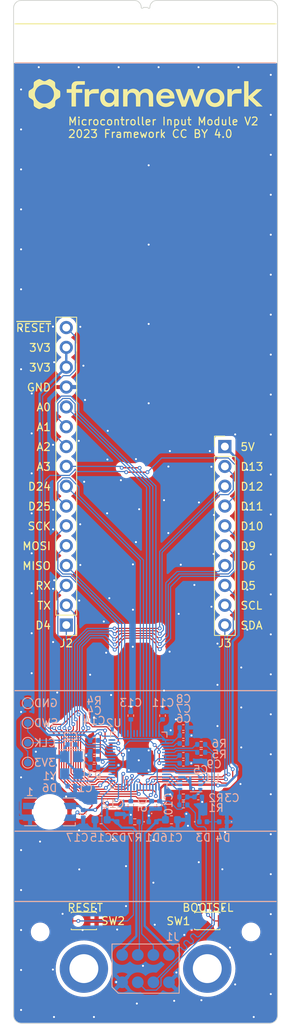
<source format=kicad_pcb>
(kicad_pcb (version 20221018) (generator pcbnew)
  (title_block (title "Microcontroller Input Module") (date "2023-03-12") (rev "V2") (company "Framework Computer Inc") (comment 1 "https://frame.work") (comment 2 "https://github.com/FrameworkComputer/InputModules") (comment 3 "This work is licensed under a Creative Commons Attribution 4.0 International License"))
  (layers (0 "F.Cu" signal) (31 "B.Cu" signal) (34 "B.Paste" user) (35 "F.Paste" user) (36 "B.SilkS" user "B.Silkscreen") (37 "F.SilkS" user "F.Silkscreen") (38 "B.Mask" user) (39 "F.Mask" user) (44 "Edge.Cuts" user))
  (net 0 "")
  (net 1 "GND")
  (net 2 "/XIN")
  (net 3 "Net-(C2-Pad2)")
  (net 4 "+3V3")
  (net 5 "+1V1")
  (net 6 "+5V")
  (net 7 "/USB_DP")
  (net 8 "/USB_DN")
  (net 9 "/~{SLEEP}")
  (net 10 "/BOARD_ID")
  (net 11 "Net-(R1-Pad1)")
  (net 12 "/QSPI_SS")
  (net 13 "/XOUT")
  (net 15 "Net-(U2-USB_DP)")
  (net 16 "/SWCLK")
  (net 17 "/SWD")
  (net 18 "/QSPI_SD1")
  (net 19 "/QSPI_SD2")
  (net 20 "/QSPI_SD0")
  (net 21 "/QSPI_SCLK")
  (net 22 "/QSPI_SD3")
  (net 23 "/TX")
  (net 24 "/RX")
  (net 25 "/SDA")
  (net 26 "/SCL")
  (net 27 "Net-(U2-USB_DM)")
  (net 28 "/D4")
  (net 29 "/D5")
  (net 30 "/D6")
  (net 31 "/D9")
  (net 32 "/D10")
  (net 33 "/D11")
  (net 34 "/D12")
  (net 35 "/D13")
  (net 40 "/SCK")
  (net 41 "/MOSI")
  (net 42 "/MISO")
  (net 46 "/D24")
  (net 47 "/D25")
  (net 48 "/A0")
  (net 49 "/A1")
  (net 50 "/A2")
  (net 51 "/A3")
  (net 52 "/~{RESET}")
  (net 53 "/LED")
  (footprint "MountingHole:MountingHole_2.1mm" (layer "F.Cu") (at 80.42 169.3)
    (fp_text reference "H4" hide)
    (fp_text value "MountingHole")
  )
  (footprint "Connector_PinHeader_2.54mm:PinHeader_1x10_P2.54mm_Vertical" (layer "F.Cu") (at 77.0725 107.14)
    (fp_text reference "J3")
    (fp_text value "Conn_01x10")
  )
  (footprint "MountingHole:MountingHole_2.1mm" (layer "F.Cu") (at 53.41 169.3)
    (fp_text reference "H3" hide)
    (fp_text value "MountingHole")
  )
  (footprint "Connector_PinHeader_2.54mm:PinHeader_1x16_P2.54mm_Vertical" (layer "F.Cu") (at 56.7525 130 180)
    (fp_text reference "J2")
    (fp_text value "Conn_01x16")
  )
  (footprint "Button_Switch_SMD:SW_SPST_CK_KXT3" (layer "F.Cu") (at 74.82 167.894)
    (fp_text reference "SW1")
    (fp_text value "KXT3")
  )
  (footprint "InputModule:Framework-Logo_3.8mm_SilkScreen" (layer "F.Cu") (at 66.9125 62)
    (fp_text reference "G***" hide)
    (fp_text value "LOGO" hide)
  )
  (footprint "Button_Switch_SMD:SW_SPST_CK_KXT3" (layer "F.Cu") (at 59.01 167.894 180)
    (fp_text reference "SW2")
    (fp_text value "KXT3")
  )
  (footprint "Capacitor_SMD:C_0402_1005Metric" (layer "B.Cu") (at 71.755 147.701)
    (fp_text reference "C5")
    (fp_text value "100nF")
  )
  (footprint "Capacitor_SMD:C_0402_1005Metric" (layer "B.Cu") (at 71.755 144.145)
    (fp_text reference "C7")
    (fp_text value "100nF")
  )
  (footprint "TestPoint:TestPoint_Pad_D1.0mm" (layer "B.Cu") (at 51.816 145.08 180)
    (fp_text reference "TP2" hide)
    (fp_text value "TestPoint")
  )
  (footprint "InputModule:MountingHole_3.7mm_Pad_24929" (layer "B.Cu") (at 59.01 174 180)
    (fp_text reference "H1" hide)
    (fp_text value "24929")
  )
  (footprint "Package_DFN_QFN:QFN-56-1EP_7x7mm_P0.4mm_EP3.2x3.2mm" (layer "B.Cu") (at 66.04 147.32 90)
    (fp_text reference "U2")
    (fp_text value "RP2040")
  )
  (footprint "Resistor_SMD:R_0402_1005Metric" (layer "B.Cu") (at 65.532 155.194 180)
    (fp_text reference "R7")
    (fp_text value "180k")
  )
  (footprint "Diode_SMD:D_0402_1005Metric" (layer "B.Cu") (at 67.691 153.035 90)
    (fp_text reference "D5")
    (fp_text value "D_TVS")
  )
  (footprint "Resistor_SMD:R_0402_1005Metric" (layer "B.Cu") (at 71.755 153.035 180)
    (fp_text reference "R1")
    (fp_text value "1k")
  )
  (footprint "Capacitor_SMD:C_0603_1608Metric" (layer "B.Cu") (at 70.231 154.94)
    (fp_text reference "C16")
    (fp_text value "10uF")
  )
  (footprint "Capacitor_SMD:C_0603_1608Metric" (layer "B.Cu") (at 61.214 154.94 180)
    (fp_text reference "C15")
    (fp_text value "10uF")
  )
  (footprint "Capacitor_SMD:C_0402_1005Metric" (layer "B.Cu") (at 71.755 146.685)
    (fp_text reference "C9")
    (fp_text value "100nF")
  )
  (footprint "Capacitor_SMD:C_0402_1005Metric" (layer "B.Cu") (at 57.404 150.622 180)
    (fp_text reference "C1")
    (fp_text value "15pF")
  )
  (footprint "Diode_SMD:D_0402_1005Metric" (layer "B.Cu") (at 67.818 155.194)
    (fp_text reference "D1")
    (fp_text value "D_TVS")
  )
  (footprint "InputModule:SON-8-1EP_3x2mm_P0.5mm_EP0.2x1.6mm" (layer "B.Cu") (at 72.644 150.241)
    (fp_text reference "U1")
    (fp_text value "W25Q16JVUXIQ ")
  )
  (footprint "Capacitor_SMD:C_0402_1005Metric" (layer "B.Cu") (at 58.928 154.178 -90)
    (fp_text reference "C17")
    (fp_text value "100nF")
  )
  (footprint "Resistor_SMD:R_0402_1005Metric" (layer "B.Cu") (at 71.755 152.019 180)
    (fp_text reference "R2")
    (fp_text value "10k")
  )
  (footprint "Capacitor_SMD:C_0402_1005Metric" (layer "B.Cu") (at 71.755 145.161)
    (fp_text reference "C6")
    (fp_text value "1uF")
  )
  (footprint "Capacitor_SMD:C_0402_1005Metric" (layer "B.Cu") (at 69.088 141.605 90)
    (fp_text reference "C11")
    (fp_text value "100nF")
  )
  (footprint "Crystal:Crystal_SMD_3225-4Pin_3.2x2.5mm" (layer "B.Cu") (at 57.404 147.955 -90)
    (fp_text reference "Y1")
    (fp_text value "12.000MHz")
  )
  (footprint "InputModule:PogoPads_2x4_P2.0mm" (layer "B.Cu") (at 66.915 174 180)
    (fp_text reference "J1")
    (fp_text value "Conn_02x04_Odd_Even")
  )
  (footprint "TestPoint:TestPoint_Pad_D1.0mm" (layer "B.Cu") (at 51.816 142.54 180)
    (fp_text reference "TP3" hide)
    (fp_text value "TestPoint")
  )
  (footprint "TestPoint:TestPoint_Pad_D1.0mm" (layer "B.Cu") (at 51.816 140 180)
    (fp_text reference "TP4" hide)
    (fp_text value "TestPoint")
  )
  (footprint "Resistor_SMD:R_0402_1005Metric" (layer "B.Cu") (at 74.041 146.304 180)
    (fp_text reference "R5")
    (fp_text value "27")
  )
  (footprint "Capacitor_SMD:C_0402_1005Metric" (layer "B.Cu") (at 57.404 145.288)
    (fp_text reference "C2")
    (fp_text value "15pF")
  )
  (footprint "Capacitor_SMD:C_0402_1005Metric" (layer "B.Cu") (at 68.707 153.035 -90)
    (fp_text reference "C10")
    (fp_text value "100nF")
  )
  (footprint "Capacitor_SMD:C_0402_1005Metric" (layer "B.Cu") (at 73.66 152.019)
    (fp_text reference "C3")
    (fp_text value "100nF")
  )
  (footprint "TestPoint:TestPoint_Pad_D1.0mm" (layer "B.Cu") (at 51.816 147.62 180)
    (fp_text reference "TP1" hide)
    (fp_text value "TestPoint")
  )
  (footprint "InputModule:MountingHole_3.7mm_Pad_24929" (layer "B.Cu") (at 74.82 174 180)
    (fp_text reference "H2" hide)
    (fp_text value "24929")
  )
  (footprint "Capacitor_SMD:C_0402_1005Metric" (layer "B.Cu") (at 65.024 141.605 90)
    (fp_text reference "C13")
    (fp_text value "100nF")
  )
  (footprint "Resistor_SMD:R_0402_1005Metric" (layer "B.Cu") (at 74.041 145.288 180)
    (fp_text reference "R6")
    (fp_text value "27")
  )
  (footprint "InputModule:LED_SK6812MINI-E_PLCC4_3.5x3.5mm_P1.75mm" (layer "B.Cu") (at 54.61 153.924 180)
    (fp_text reference "D6")
    (fp_text value "SK6812MINI-E")
  )
  (footprint "Capacitor_SMD:C_0402_1005Metric" (layer "B.Cu") (at 65.024 153.035 -90)
    (fp_text reference "C12")
    (fp_text value "100nF")
  )
  (footprint "Diode_SMD:D_0402_1005Metric" (layer "B.Cu") (at 76.835 155.194 180)
    (fp_text reference "D4")
    (fp_text value "D_TVS")
  )
  (footprint "Capacitor_SMD:C_0402_1005Metric" (layer "B.Cu") (at 71.755 143.129)
    (fp_text reference "C8")
    (fp_text value "1uF")
  )
  (footprint "Diode_SMD:D_0402_1005Metric" (layer "B.Cu") (at 63.246 154.686 -90)
    (fp_text reference "D2")
    (fp_text value "D_TVS")
  )
  (footprint "Capacitor_SMD:C_0402_1005Metric" (layer "B.Cu") (at 60.325 146.177 180)
    (fp_text reference "C4")
    (fp_text value "100nF")
  )
  (footprint "Diode_SMD:D_0402_1005Metric" (layer "B.Cu") (at 74.295 155.194)
    (fp_text reference "D3")
    (fp_text value "D_TVS")
  )
  (footprint "Resistor_SMD:R_0402_1005Metric" (layer "B.Cu") (at 60.325 148.209)
    (fp_text reference "R3")
    (fp_text value "1k")
  )
  (footprint "Capacitor_SMD:C_0402_1005Metric" (layer "B.Cu") (at 60.325 147.193 180)
    (fp_text reference "C14")
    (fp_text value "100nF")
  )
  (footprint "Resistor_SMD:R_0402_1005Metric" (layer "B.Cu") (at 60.325 144.78)
    (fp_text reference "R4")
    (fp_text value "10k")
  )
  (gr_line (start 50.2 58) (end 83.625 58) (stroke (width 0.15)) (layer "B.SilkS"))
  (gr_line (start 50.2 138.4) (end 83.625 138.4) (stroke (width 0.15)) (layer "B.SilkS"))
  (gr_line (start 50.2 156.4) (end 83.625 156.4) (stroke (width 0.15)) (layer "B.SilkS"))
  (gr_line (start 50.2 165.4) (end 83.625 165.4) (stroke (width 0.15)) (layer "B.SilkS"))
  (gr_line (start 50.2 165.4) (end 83.625 165.4) (stroke (width 0.15)) (layer "F.SilkS"))
  (gr_line (start 50.2 53) (end 83.625 53) (stroke (width 0.15)) (layer "F.SilkS"))
  (gr_line (start 82.825 50) (end 68.365 50) (stroke (width 0.1)) (layer "Edge.Cuts"))
  (gr_line (start 83.825 51) (end 83.825 180) (stroke (width 0.1)) (layer "Edge.Cuts"))
  (gr_arc (start 65.46 50) (mid 66.096396 50.263604) (end 66.36 50.9) (stroke (width 0.1)) (layer "Edge.Cuts"))
  (gr_arc (start 51 181) (mid 50.292893 180.707107) (end 50 180) (stroke (width 0.1)) (layer "Edge.Cuts"))
  (gr_arc (start 82.825 50) (mid 83.532107 50.292893) (end 83.825 51) (stroke (width 0.1)) (layer "Edge.Cuts"))
  (gr_arc (start 66.614 50.9) (mid 66.487 51.027) (end 66.36 50.9) (stroke (width 0.1)) (layer "Edge.Cuts"))
  (gr_line (start 82.825 181) (end 51 181) (stroke (width 0.1)) (layer "Edge.Cuts"))
  (gr_arc (start 50 51) (mid 50.292893 50.292893) (end 51 50) (stroke (width 0.1)) (layer "Edge.Cuts"))
  (gr_line (start 50 180) (end 50 51) (stroke (width 0.1)) (layer "Edge.Cuts"))
  (gr_line (start 51 50) (end 65.46 50) (stroke (width 0.1)) (layer "Edge.Cuts"))
  (gr_arc (start 83.825 180) (mid 83.532107 180.707107) (end 82.825 181) (stroke (width 0.1)) (layer "Edge.Cuts"))
  (gr_arc (start 67.465 50.9) (mid 67.728604 50.263604) (end 68.365 50) (stroke (width 0.1)) (layer "Edge.Cuts"))
  (gr_line (start 66.614 50.9) (end 67.211 50.9) (stroke (width 0.1)) (layer "Edge.Cuts"))
  (gr_arc (start 67.465 50.9) (mid 67.338 51.027) (end 67.211 50.9) (stroke (width 0.1)) (layer "Edge.Cuts"))
  (gr_text "CLK" (at 52.516 145.08) (layer "B.SilkS") (effects (font (size 1 1)) (justify right mirror)))
  (gr_text "SWD" (at 52.516 142.54) (layer "B.SilkS") (effects (font (size 1 1)) (justify right mirror)))
  (gr_text "GND" (at 52.516 140) (layer "B.SilkS") (effects (font (size 1 1)) (justify right mirror)))
  (gr_text "3V3" (at 52.516 147.62) (layer "B.SilkS") (effects (font (size 1 1)) (justify right mirror)))
  (gr_text "3V3" (at 54.864 97.028) (layer "F.SilkS") (effects (font (size 1 1)) (justify right)))
  (gr_text "D10" (at 78.994 117.348) (layer "F.SilkS") (effects (font (size 1 1)) (justify left)))
  (gr_text "TX" (at 54.864 127.508) (layer "F.SilkS") (effects (font (size 1 1)) (justify right)))
  (gr_text "D12" (at 78.994 112.268) (layer "F.SilkS") (effects (font (size 1 1)) (justify left)))
  (gr_text "RX" (at 54.864 124.968) (layer "F.SilkS") (effects (font (size 1 1)) (justify right)))
  (gr_text "~{RESET}" (at 52.578 91.948) (layer "F.SilkS") (effects (font (size 1 1))))
  (gr_text "D9" (at 78.994 119.888) (layer "F.SilkS") (effects (font (size 1 1)) (justify left)))
  (gr_text "MOSI" (at 54.864 119.888) (layer "F.SilkS") (effects (font (size 1 1)) (justify right)))
  (gr_text "D11" (at 78.994 114.808) (layer "F.SilkS") (effects (font (size 1 1)) (justify left)))
  (gr_text "A0" (at 54.864 102.108) (layer "F.SilkS") (effects (font (size 1 1)) (justify right)))
  (gr_text "BOOTSEL" (at 74.9046 166.2) (layer "F.SilkS") (effects (font (size 1 1))))
  (gr_text "D24" (at 54.864 112.268) (layer "F.SilkS") (effects (font (size 1 1)) (justify right)))
  (gr_text "SCK" (at 54.864 117.348) (layer "F.SilkS") (effects (font (size 1 1)) (justify right)))
  (gr_text "D25" (at 54.864 114.808) (layer "F.SilkS") (effects (font (size 1 1)) (justify right)))
  (gr_text "3V3" (at 54.864 94.488) (layer "F.SilkS") (effects (font (size 1 1)) (justify right)))
  (gr_text "A1" (at 54.864 104.648) (layer "F.SilkS") (effects (font (size 1 1)) (justify right)))
  (gr_text "D6" (at 78.994 122.428) (layer "F.SilkS") (effects (font (size 1 1)) (justify left)))
  (gr_text "D4" (at 54.864 130.048) (layer "F.SilkS") (effects (font (size 1 1)) (justify right)))
  (gr_text "D13" (at 78.994 109.728) (layer "F.SilkS") (effects (font (size 1 1)) (justify left)))
  (gr_text "GND" (at 54.864 99.568) (layer "F.SilkS") (effects (font (size 1 1)) (justify right)))
  (gr_text "5V" (at 78.994 107.188) (layer "F.SilkS") (effects (font (size 1 1)) (justify left)))
  (gr_text "A3" (at 54.864 109.728) (layer "F.SilkS") (effects (font (size 1 1)) (justify right)))
  (gr_text "SCL" (at 78.994 127.508) (layer "F.SilkS") (effects (font (size 1 1)) (justify left)))
  (gr_text "RESET" (at 59.182 166.2) (layer "F.SilkS") (effects (font (size 1 1))))
  (gr_text "MISO" (at 54.864 122.428) (layer "F.SilkS") (effects (font (size 1 1)) (justify right)))
  (gr_text "Microcontroller Input Module V2\n2023 Framework CC BY 4.0" (at 56.896 66.294) (layer "F.SilkS") (effects (font (size 1 1)) (justify left)))
  (gr_text "SDA" (at 78.994 130.048) (layer "F.SilkS") (effects (font (size 1 1)) (justify left)))
  (gr_text "D5" (at 78.994 124.968) (layer "F.SilkS") (effects (font (size 1 1)) (justify left)))
  (gr_text "A2" (at 54.864 107.188) (layer "F.SilkS") (effects (font (size 1 1)) (justify right)))
  (segment (start 72.9996 151.0025) (end 72.9996 151.4856) (width 0.3048) (layer "F.Cu") (net 1))
  (segment (start 72.9996 151.4856) (end 74.168 152.654) (width 0.3048) (layer "F.Cu") (net 1))
  (via (at 58.345239 58.554411) (size 0.508) (drill 0.254) (layers "F.Cu" "B.Cu") (net 1))
  (via (at 63.277129 168.994111) (size 0.508) (drill 0.254) (layers "F.Cu" "B.Cu") (net 1))
  (via (at 55.061112 106.913226) (size 0.508) (drill 0.254) (layers "F.Cu" "B.Cu") (net 1))
  (via (at 59.045315 111.648806) (size 0.508) (drill 0.254) (layers "F.Cu" "B.Cu") (net 1))
  (via (at 58.844585 169.062517) (size 0.508) (drill 0.254) (layers "F.Cu" "B.Cu") (net 1))
  (via (at 79.176423 145.672847) (size 0.508) (drill 0.254) (layers "F.Cu" "B.Cu") (net 1))
  (via (at 75.626339 120.891935) (size 0.508) (drill 0.254) (layers "F.Cu" "B.Cu") (net 1))
  (via (at 59.309 146.685) (size 0.508) (drill 0.254) (layers "F.Cu" "B.Cu") (net 1))
  (via (at 71.873802 169.678577) (size 0.508) (drill 0.254) (layers "F.Cu" "B.Cu") (net 1))
  (via (at 78.396161 176.024302) (size 0.508) (drill 0.254) (layers "F.Cu" "B.Cu") (net 1))
  (via (at 67.31 148.59) (size 0.508) (drill 0.254) (layers "F.Cu" "B.Cu") (net 1))
  (via (at 61.559697 129.546911) (size 0.508) (drill 0.254) (layers "F.Cu" "B.Cu") (net 1))
  (via (at 58.42 161.29) (size 0.508) (drill 0.254) (layers "F.Cu" "B.Cu") (net 1))
  (via (at 70.028726 107.719311) (size 0.508) (drill 0.254) (layers "F.Cu" "B.Cu") (net 1))
  (via (at 52.318723 125.9306) (size 0.508) (drill 0.254) (layers "F.Cu" "B.Cu") (net 1))
  (via (at 82.956123 177.259399) (size 0.508) (drill 0.254) (layers "F.Cu" "B.Cu") (net 1))
  (via (at 69.277123 138.390461) (size 0.508) (drill 0.254) (layers "F.Cu" "B.Cu") (net 1))
  (via (at 69.838379 109.701511) (size 0.508) (drill 0.254) (layers "F.Cu" "B.Cu") (net 1))
  (via (at 50.960923 86.999063) (size 0.508) (drill 0.254) (layers "F.Cu" "B.Cu") (net 1))
  (via (at 82.956123 115.838311) (size 0.508) (drill 0.254) (layers "F.Cu" "B.Cu") (net 1))
  (via (at 62.494923 138.959525) (size 0.508) (drill 0.254) (layers "F.Cu" "B.Cu") (net 1))
  (via (at 65.277123 132.775775) (size 0.508) (drill 0.254) (layers "F.Cu" "B.Cu") (net 1))
  (via (at 61.988697 115.686507) (size 0.508) (drill 0.254) (layers "F.Cu" "B.Cu") (net 1))
  (via (at 67.31 71.12) (size 0.508) (drill 0.254) (layers "F.Cu" "B.Cu") (net 1))
  (via (at 79.176423 135.435999) (size 0.508) (drill 0.254) (layers "F.Cu" "B.Cu") (net 1))
  (via (at 72.136 154.178) (size 0.508) (drill 0.254) (layers "F.Cu" "B.Cu") (net 1))
  (via (at 73.748754 114.297154) (size 0.508) (drill 0.254) (layers "F.Cu" "B.Cu") (net 1))
  (via (at 52.33047 100.339887) (size 0.508) (drill 0.254) (layers "F.Cu" "B.Cu") (net 1))
  (via (at 58.355194 106.407501) (size 0.508) (drill 0.254) (layers "F.Cu" "B.Cu") (net 1))
  (via (at 76.810698 166.338111) (size 0.508) (drill 0.254) (layers "F.Cu" "B.Cu") (net 1))
  (via (at 58.554478 122.306894) (size 0.508) (drill 0.254) (layers "F.Cu" "B.Cu") (net 1))
  (via (at 82.956123 74.890919) (size 0.508) (drill 0.254) (layers "F.Cu" "B.Cu") (net 1))
  (via (at 77.729726 171.294789) (size 0.508) (drill 0.254) (layers "F.Cu" "B.Cu") (net 1))
  (via (at 82.956123 59.535647) (size 0.508) (drill 0.254) (layers "F.Cu" "B.Cu") (net 1))
  (via (at 55.208716 124.261982) (size 0.508) (drill 0.254) (layers "F.Cu" "B.Cu") (net 1))
  (via (at 68.582087 58.554411) (size 0.508) (drill 0.254) (layers "F.Cu" "B.Cu") (net 1))
  (via (at 69.277123 114.008188) (size 0.508) (drill 0.254) (layers "F.Cu" "B.Cu") (net 1))
  (via (at 78.818935 58.554411) (size 0.508) (drill 0.254) (layers "F.Cu" "B.Cu") (net 1))
  (via (at 50.960923 158.821359) (size 0.508) (drill 0.254) (layers "F.Cu" "B.Cu") (net 1))
  (via (at 55.064216 125.361498) (size 0.508) (drill 0.254) (layers "F.Cu" "B.Cu") (net 1))
  (via (at 76.754523 161.275862) (size 0.508) (drill 0.254) (layers "F.Cu" "B.Cu") (net 1))
  (via (at 50.963201 141.12927) (size 0.508) (drill 0.254) (layers "F.Cu" "B.Cu") (net 1))
  (via (at 82.956123 105.601463) (size 0.508) (drill 0.254) (layers "F.Cu" "B.Cu") (net 1))
  (via (at 55.073185 115.241298) (size 0.508) (drill 0.254) (layers "F.Cu" "B.Cu") (net 1))
  (via (at 54.893023 149.63131) (size 0.508) (drill 0.254) (layers "F.Cu" "B.Cu") (net 1))
  (via (at 82.956123 172.140975) (size 0.508) (drill 0.254) (layers "F.Cu" "B.Cu") (net 1))
  (via (at 50.960923 92.117487) (size 0.508) (drill 0.254) (layers "F.Cu" "B.Cu") (net 1))
  (via (at 55.064251 117.741657) (size 0.508) (drill 0.254) (layers "F.Cu" "B.Cu") (net 1))
  (via (at 63.463663 58.554411) (size 0.508) (drill 0.254) (layers "F.Cu" "B.Cu") (net 1))
  (via (at 79.950223 120.359412) (size 0.508) (drill 0.254) (layers "F.Cu" "B.Cu") (net 1))
  (via (at 82.956123 69.772495) (size 0.508) (drill 0.254) (layers "F.Cu" "B.Cu") (net 1))
  (via (at 70.797993 142.080774) (size 0.508) (drill 0.254) (layers "F.Cu" "B.Cu") (net 1))
  (via (at 75.14715 107.719311) (size 0.508) (drill 0.254) (layers "F.Cu" "B.Cu") (net 1))
  (via (at 55.036171 174.119652) (size 0.508) (drill 0.254) (layers "F.Cu" "B.Cu") (net 1))
  (via (at 78.400098 105.586288) (size 0.508) (drill 0.254) (layers "F.Cu" "B.Cu") (net 1))
  (via (at 58.55256 91.80357) (size 0.508) (drill 0.254) (layers "F.Cu" "B.Cu") (net 1))
  (via (at 73.168163 124.863511) (size 0.508) (drill 0.254) (layers "F.Cu" "B.Cu") (net 1))
  (via (at 82.956123 131.193583) (size 0.508) (drill 0.254) (layers "F.Cu" "B.Cu") (net 1))
  (via (at 50.960923 179.295055) (size 0.508) (drill 0.254) (layers "F.Cu" "B.Cu") (net 1))
  (via (at 76.127423 132.377374) (size 0.508) (drill 0.254) (layers "F.Cu" "B.Cu") (net 1))
  (via (at 79.950223 110.122564) (size 0.508) (drill 0.254) (layers "F.Cu" "B.Cu") (net 1))
  (via (at 50.960923 71.643791) (size 0.508) (drill 0.254) (layers "F.Cu" "B.Cu") (net 1))
  (via (at 82.956123 151.667279) (size 0.508) (drill 0.254) (layers "F.Cu" "B.Cu") (net 1))
  (via (at 58.949123 96.786558) (size 0.508) (drill 0.254) (layers "F.Cu" "B.Cu") (net 1))
  (via (at 62.064147 105.125457) (size 0.508) (drill 0.254) (layers "F.Cu" "B.Cu") (net 1))
  (via (at 67.31 101.6) (size 0.508) (drill 0.254) (layers "F.Cu" "B.Cu") (net 1))
  (via (at 82.956123 141.430431) (size 0.508) (drill 0.254) (layers "F.Cu" "B.Cu") (net 1))
  (via (at 79.950223 125.477836) (size 0.508) (drill 0.254) (layers "F.Cu" "B.Cu") (net 1))
  (via (at 82.956123 156.785703) (size 0.508) (drill 0.254) (layers "F.Cu" "B.Cu") (net 1))
  (via (at 64.407923 160.874186) (size 0.508) (drill 0.254) (layers "F.Cu" "B.Cu") (net 1))
  (via (at 72.771 147.701) (size 0.508) (drill 0.254) (layers "F.Cu" "B.Cu") (net 1))
  (via (at 58.388157 156.299619) (size 0.508) (drill 0.254) (layers "F.Cu" "B.Cu") (net 1))
  (via (at 71.421942 122.271711) (size 0.508) (drill 0.254) (layers "F.Cu" "B.Cu") (net 1))
  (via (at 82.956123 126.075159) (size 0.508) (drill 0.254) (layers "F.Cu" "B.Cu") (net 1))
  (via (at 60.295523 141.872303) (size 0.508) (drill 0.254) (layers "F.Cu" "B.Cu") (net 1))
  (via (at 65.294923 122.227037) (size 0.508) (drill 0.254) (layers "F.Cu" "B.Cu") (net 1))
  (via (at 62.025797 108.797911) (size 0.508) (drill 0.254) (layers "F.Cu" "B.Cu") (net 1))
  (via (at 70.579783 178.124745) (size 0.508) (drill 0.254) (layers "F.Cu" "B.Cu") (net 1))
  (via (at 50.960923 174.176631) (size 0.508) (drill 0.254) (layers "F.Cu" "B.Cu") (net 1))
  (via (at 70.075772 151.677386) (size 0.508) (drill 0.254) (layers "F.Cu" "B.Cu") (net 1))
  (via (at 63.748985 111.450773) (size 0.508) (drill 0.254) (layers "F.Cu" "B.Cu") (net 1))
  (via (at 55.065052 132.170866) (size 0.508) (drill 0.254) (layers "F.Cu" "B.Cu") (net 1))
  (via (at 56.731919 151.9546) (size 0.508) (drill 0.254) (layers "F.Cu" "B.Cu") (net 1))
  (via (at 71.156223 128.569874) (size 0.508) (drill 0.254) (layers "F.Cu" "B.Cu") (net 1))
  (via (at 60.298715 180.194111) (size 0.508) (drill 0.254) (layers "F.Cu" "B.Cu") (net 1))
  (via (at 70.866 174.498) (size 0.508) (drill 0.254) (layers "F.Cu" "B.Cu") (net 1))
  (via (at 82.956123 95.364615) (size 0.508) (drill 0.254) (layers "F.Cu" "B.Cu") (net 1))
  (via (at 82.956123 110.719887) (size 0.508) (drill 0.254) (layers "F.Cu" "B.Cu") (net 1))
  (via (at 82.956123 167.022551) (size 0.508) (drill 0.254) (layers "F.Cu" "B.Cu") (net 1))
  (via (at 67.915323 162.994572) (size 0.508) (drill 0.254) (layers "F.Cu" "B.Cu") (net 1))
  (via (at 50.960923 81.880639) (size 0.508) (drill 0.254) (layers "F.Cu" "B.Cu") (net 1))
  (via (at 52.85289 146.219277) (size 0.508) (drill 0.254) (layers "F.Cu" "B.Cu") (net 1))
  (via (at 59.157227 101.172191) (size 0.508) (drill 0.254) (layers "F.Cu" "B.Cu") (net 1))
  (via (at 79.950223 115.240988) (size 0.508) (drill 0.254) (layers "F.Cu" "B.Cu") (net 1))
  (via (at 66.582143 173.644219) (size 0.508) (drill 0.254) (layers "F.Cu" "B.Cu") (net 1))
  (via (at 63.4459 147.955) (size 0.508) (drill 0.254) (layers "F.Cu" "B.Cu") (net 1))
  (via (at 80.772411 180.194111) (size 0.508) (drill 0.254) (layers "F.Cu" "B.Cu") (net 1))
  (via (at 58.539619 117.095678) (size 0.508) (drill 0.254) (layers "F.Cu" "B.Cu") (net 1))
  (via (at 72.9996 151.0025) (size 0.508) (drill 0.254) (layers "F.Cu" "B.Cu") (net 1))
  (via (at 69.829813 118.216095) (size 0.508) (drill 0.254) (layers "F.Cu" "B.Cu") (net 1))
  (via (at 52.318723 110.575328) (size 0.508) (drill 0.254) (layers "F.Cu" "B.Cu") (net 1))
  (via (at 52.318723 120.812176) (size 0.508) (drill 0.254) (layers "F.Cu" "B.Cu") (net 1))
  (via (at 65.294923 128.031881) (size 0.508) (drill 0.254) (layers "F.Cu" "B.Cu") (net 1))
  (via (at 65.0494 140.462) (size 0.508) (drill 0.254) (layers "F.Cu" "B.Cu") (net 1))
  (via (at 50.960923 163.939783) (size 0.508) (drill 0.254) (layers "F.Cu" "B.Cu") (net 1))
  (via (at 79.176423 140.554423) (size 0.508) (drill 0.254) (layers "F.Cu" "B.Cu") (net 1))
  (via (at 66.04 147.32) (size 0.508) (drill 0.254) (layers "F.Cu" "B.Cu") (net 1))
  (via (at 65.795399 178.473911) (size 0.508) (drill 0.254) (layers "F.Cu" "B.Cu") (net 1))
  (via (at 73.730923 165.824457) (size 0.508) (drill 0.254) (layers "F.Cu" "B.Cu") (net 1))
  (via (at 50.960923 66.525367) (size 0.508) (drill 0.254) (layers "F.Cu" "B.Cu") (net 1))
  (via (at 65.024 154.305) (size 0.508) (drill 0.254) (layers "F.Cu" "B.Cu") (net 1))
  (via (at 50.960923 169.058207) (size 0.508) (drill 0.254) (layers "F.Cu" "B.Cu") (net 1))
  (via (at 55.180291 180.194111) (size 0.508) (drill 0.254) (layers "F.Cu" "B.Cu") (net 1))
  (via (at 53.391368 157.728911) (size 0.508) (drill 0.254) (layers "F.Cu" "B.Cu") (net 1))
  (via (at 55.202735 96.334866) (size 0.508) (drill 0.254) (layers "F.Cu" "B.Cu") (net 1))
  (via (at 50.960923 76.762215) (size 0.508) (drill 0.254) (layers "F.Cu" "B.Cu") (net 1))
  (via (at 68.087727 168.376326) (size 0.508) (drill 0.254) (layers "F.Cu" "B.Cu") (net 1))
  (via (at 67.31 146.05) (size 0.508) (drill 0.254) (layers "F.Cu" "B.Cu") (net 1))
  (via (at 75.355511 127.65384) (size 0.508) (drill 0.254) (layers "F.Cu" "B.Cu") (net 1))
  (via (at 69.088 140.462) (size 0.508) (drill 0.254) (layers "F.Cu" "B.Cu") (net 1))
  (via (at 52.318723 136.167448) (size 0.508) (drill 0.254) (layers "F.Cu" "B.Cu") (net 1))
  (via (at 82.956123 120.956735) (size 0.508) (drill 0.254) (layers "F.Cu" "B.Cu") (net 1))
  (via (at 82.956123 100.483039) (size 0.508) (drill 0.254) (layers "F.Cu" "B.Cu") (net 1))
  (via (at 77.106528 156.528488) (size 0.508) (drill 0.254) (layers "F.Cu" "B.Cu") (net 1))
  (via (at 82.956123 64.654071) (size 0.508) (drill 0.254) (layers "F.Cu" "B.Cu") (net 1))
  (via (at 70.126123 143.48149) (size 0.508) (drill 0.254) (layers "F.Cu" "B.Cu") (net 1))
  (via (at 66.094923 115.163814) (size 0.508) (drill 0.254) (layers "F.Cu" "B.Cu") (net 1))
  (via (at 79.950223 130.59626) (size 0.508) (drill 0.254) (layers "F.Cu" "B.Cu") (net 1))
  (via (at 76.127423 142.934096) (size 0.508) (drill 0.254) (layers "F.Cu" "B.Cu") (net 1))
  (via (at 62.272173 126.561035) (size 0.508) (drill 0.254) (layers "F.Cu" "B.Cu") (net 1))
  (via (at 64.77 148.59) (size 0.508) (drill 0.254) (layers "F.Cu" "B.Cu") (net 1))
  (via (at 82.956123 90.246191) (size 0.508) (drill 0.254) (layers "F.Cu" "B.Cu") (net 1))
  (via (at 56.279476 166.984735) (size 0.508) (drill 0.254) (layers "F.Cu" "B.Cu") (net 1))
  (via (at 73.730923 160.371291) (size 0.508) (drill 0.254) (layers "F.Cu" "B.Cu") (net 1))
  (via (at 75.680711 115.900662) (size 0.508) (drill 0.254) (layers "F.Cu" "B.Cu") (net 1))
  (via (at 79.073414 150.355673) (size 0.508) (drill 0.254) (layers "F.Cu" "B.Cu") (net 1))
  (via (at 52.318723 131.049024) (size 0.508) (drill 0.254) (layers "F.Cu" "B.Cu") (net 1))
  (via (at 82.956123 136.312007) (size 0.508) (drill 0.254) (layers "F.Cu" "B.Cu") (net 1))
  (via (at 74.168 152.654) (size 0.508) (drill 0.254) (layers "F.Cu" "B.Cu") (net 1))
  (via (at 50.960923 97.235911) (size 0.508) (drill 0.254) (layers "F.Cu" "B.Cu") (net 1))
  (via (at 52.318723 105.456904) (size 0.508) (drill 0.254) (layers "F.Cu" "B.Cu") (net 1))
  (via (at 82.956123 146.548855) (size 0.508) (drill 0.254) (layers "F.Cu" "B.Cu") (net 1))
  (via (at 72.7964 144.145) (size 0.508) (drill 0.254) (layers "F.Cu" "B.Cu") (net 1))
  (via (at 65.683419 108.744729) (size 0.508) (drill 0.254) (layers "F.Cu" "B.Cu") (net 1))
  (via (at 82.956123 80.009343) (size 0.508) (drill 0.254) (layers "F.Cu" "B.Cu") (net 1))
  (via (at 67.915323 157.541406) (size 0.508) (drill 0.254) (layers "F.Cu" "B.Cu") (net 1))
  (via (at 53.226815 58.554411) (size 0.508) (drill 0.254) (layers "F.Cu" "B.Cu") (net 1))
  (via (at 61.867608 133.543222) (size 0.508) (drill 0.254) (layers "F.Cu" "B.Cu") (net 1))
  (via (at 50.960923 61.406943) (size 0.508) (drill 0.254) (layers "F.Cu" "B.Cu") (net 1))
  (via (at 55.595323 138.645066) (size 0.508) (drill 0.254) (layers "F.Cu" "B.Cu") (net 1))
  (via (at 82.956123 85.127767) (size 0.508) (drill 0.254) (layers "F.Cu" "B.Cu") (net 1))
  (via (at 60.556747 166.360271) (size 0.508) (drill 0.254) (layers "F.Cu" "B.Cu") (net 1))
  (via (at 62.726574 157.437111) (size 0.508) (drill 0.254) (layers "F.Cu" "B.Cu") (net 1))
  (via (at 72.343062 155.709465) (size 0.508) (drill 0.254) (layers "F.Cu" "B.Cu") (net 1))
  (via (at 69.991274 133.404592) (size 0.508) (drill 0.254) (layers "F.Cu" "B.Cu") (net 1))
  (via (at 82.956123 161.904127) (size 0.508) (drill 0.254) (layers "F.Cu" "B.Cu") (net 1))
  (via (at 52.318723 115.693752) (size 0.508) (drill 0.254) (layers "F.Cu" "B.Cu") (net 1))
  (via (at 74.067297 178.047451) (size 0.508) (drill 0.254) (layers "F.Cu" "B.Cu") (net 1))
  (via (at 50.960923 149.503856) (size 0.508) (drill 0.254) (layers "F.Cu" "B.Cu") (net 1))
  (via (at 67.333 154.409) (size 0.508) (drill 0.254) (layers "F.Cu" "B.Cu") (net 1))
  (via (at 67.31 91.44) (size 0.508) (drill 0.254) (layers "F.Cu" "B.Cu") (net 1))
  (via (at 65.67838 119.37619) (size 0.508) (drill 0.254) (layers "F.Cu" "B.Cu") (net 1))
  (via (at 64.77 146.05) (size 0.508) (drill 0.254) (layers "F.Cu" "B.Cu") (net 1))
  (via (at 55.048045 91.779343) (size 0.508) (drill 0.254) (layers "F.Cu" "B.Cu") (net 1))
  (via (at 75.349903 109.729102) (size 0.508) (drill 0.254) (layers "F.Cu" "B.Cu") (net 1))
  (via (at 58.415357 126.861201) (size 0.508) (drill 0.254) (layers "F.Cu" "B.Cu") (net 1))
  (via (at 67.31 81.28) (size 0.508) (drill 0.254) (layers "F.Cu" "B.Cu") (net 1))
  (via (at 73.700511 58.554411) (size 0.508) (drill 0.254) (layers "F.Cu" "B.Cu") (net 1))
  (via (at 76.127423 137.655735) (size 0.508) (drill 0.254) (layers "F.Cu" "B.Cu") (net 1))
  (via (at 59.812723 136.363152) (size 0.508) (drill 0.254) (layers "F.Cu" "B.Cu") (net 1))
  (via (at 63.146623 175.717631) (size 0.508) (drill 0.254) (layers "F.Cu" "B.Cu") (net 1))
  (via (at 64.407923 165.99261) (size 0.508) (drill 0.254) (layers "F.Cu" "B.Cu") (net 1))
  (segment (start 62.6025 148.32) (end 63.0809 148.32) (width 0.1524) (layer "B.Cu") (net 1))
  (segment (start 52.11 156.384555) (end 53.345345 157.6199) (width 0.3048) (layer "B.Cu") (net 1))
  (segment (start 52.11 154.928) (end 51.62 154.928) (width 0.3048) (layer "B.Cu") (net 1))
  (segment (start 50.9052 149.404545) (end 50.9149 149.394845) (width 0.3048) (layer "B.Cu") (net 1))
  (segment (start 50.9052 154.2132) (end 50.9052 149.404545) (width 0.3048) (layer "B.Cu") (net 1))
  (segment (start 56.554 147.255) (end 56.554 146.855) (width 0.3048) (layer "B.Cu") (net 1))
  (segment (start 71.3565 149.491) (end 71.894 149.491) (width 0.3048) (layer "B.Cu") (net 1))
  (segment (start 51.62 154.928) (end 50.9052 154.2132) (width 0.3048) (layer "B.Cu") (net 1))
  (segment (start 59.337 146.685) (end 59.845 147.193) (width 0.3048) (layer "B.Cu") (net 1))
  (segment (start 63.0809 148.32) (end 63.4459 147.955) (width 0.1524) (layer "B.Cu") (net 1))
  (segment (start 56.554 145.658) (end 56.924 145.288) (width 0.3048) (layer "B.Cu") (net 1))
  (segment (start 73.81 153.012) (end 74.168 152.654) (width 0.3048) (layer "B.Cu") (net 1))
  (segment (start 52.11 154.928) (end 52.11 156.384555) (width 0.3048) (layer "B.Cu") (net 1))
  (segment (start 72.235 146.685) (end 72.235 147.701) (width 0.3048) (layer "B.Cu") (net 1))
  (segment (start 72.235 144.145) (end 72.235 145.161) (width 0.3048) (layer "B.Cu") (net 1))
  (segment (start 73.81 155.194) (end 73.81 153.012) (width 0.3048) (layer "B.Cu") (net 1))
  (segment (start 58.254 148.955) (end 56.554 147.255) (width 0.3048) (layer "B.Cu") (net 1))
  (segment (start 65.024 154.305) (end 65.024 155.192) (width 0.3048) (layer "B.Cu") (net 1))
  (segment (start 72.235 147.701) (end 72.771 147.701) (width 0.3048) (layer "B.Cu") (net 1))
  (segment (start 59.309 146.685) (end 59.337 146.685) (width 0.3048) (layer "B.Cu") (net 1))
  (segment (start 71.894 149.491) (end 72.644 150.241) (width 0.3048) (layer "B.Cu") (net 1))
  (segment (start 67.333 155.194) (end 67.333 154.409) (width 0.3048) (layer "B.Cu") (net 1))
  (segment (start 72.644 150.6469) (end 72.9996 151.0025) (width 0.3048) (layer "B.Cu") (net 1))
  (segment (start 72.235 143.129) (end 72.235 144.145) (width 0.3048) (layer "B.Cu") (net 1))
  (segment (start 58.254 149.055) (end 58.254 148.955) (width 0.3048) (layer "B.Cu") (net 1))
  (segment (start 63.35 154.305) (end 63.246 154.201) (width 0.3048) (layer "B.Cu") (net 1))
  (segment (start 67.333 154.409) (end 67.333 153.878) (width 0.3048) (layer "B.Cu") (net 1))
  (segment (start 56.554 146.855) (end 56.554 145.658) (width 0.3048) (layer "B.Cu") (net 1))
  (segment (start 72.644 150.241) (end 72.644 150.6469) (width 0.3048) (layer "B.Cu") (net 1))
  (segment (start 65.024 154.305) (end 65.024 153.515) (width 0.3048) (layer "B.Cu") (net 1))
  (segment (start 65.024 154.305) (end 63.35 154.305) (width 0.3048) (layer "B.Cu") (net 1))
  (segment (start 59.337 146.685) (end 59.845 146.177) (width 0.3048) (layer "B.Cu") (net 1))
  (segment (start 67.333 153.878) (end 67.691 153.52) (width 0.3048) (layer "B.Cu") (net 1))
  (segment (start 65.024 155.192) (end 65.022 155.194) (width 0.3048) (layer "B.Cu") (net 1))
  (segment (start 57.4826 149.9836) (end 60.1074 149.9836) (width 0.1524) (layer "B.Cu") (net 2))
  (segment (start 60.1074 149.9836) (end 62.171 147.92) (width 0.1524) (layer "B.Cu") (net 2))
  (segment (start 62.171 147.92) (end 62.6025 147.92) (width 0.1524) (layer "B.Cu") (net 2))
  (segment (start 56.554 149.055) (end 57.4826 149.9836) (width 0.1524) (layer "B.Cu") (net 2))
  (segment (start 56.924 150.622) (end 56.554 150.252) (width 0.1524) (layer "B.Cu") (net 2))
  (segment (start 56.554 150.252) (end 56.554 149.055) (width 0.1524) (layer "B.Cu") (net 2))
  (segment (start 58.254 146.855) (end 58.461 146.855) (width 0.1524) (layer "B.Cu") (net 3))
  (segment (start 57.884 145.288) (end 58.254 145.658) (width 0.1524) (layer "B.Cu") (net 3))
  (segment (start 58.254 145.658) (end 58.254 146.855) (width 0.1524) (layer "B.Cu") (net 3))
  (segment (start 58.461 146.855) (end 59.815 148.209) (width 0.1524) (layer "B.Cu") (net 3))
  (segment (start 61.1124 147.2184) (end 61.1124 143.9164) (width 0.1524) (layer "F.Cu") (net 4))
  (segment (start 61.420003 147.526003) (end 61.1124 147.2184) (width 0.1524) (layer "F.Cu") (net 4))
  (segment (start 61.1124 143.9164) (end 61.087 143.891) (width 0.1524) (layer "F.Cu") (net 4))
  (via (at 61.420003 147.526003) (size 0.508) (drill 0.254) (layers "F.Cu" "B.Cu") (net 4))
  (via (at 61.087 143.891) (size 0.508) (drill 0.254) (layers "F.Cu" "B.Cu") (net 4))
  (segment (start 51.816 147.62) (end 51.816 146.177) (width 0.1524) (layer "B.Cu") (net 4))
  (segment (start 61.4274 144.2314) (end 61.087 143.891) (width 0.1524) (layer "B.Cu") (net 4))
  (segment (start 53.34 100.3925) (end 53.34 143.002) (width 0.3048) (layer "B.Cu") (net 4))
  (segment (start 50.927 142.398603) (end 51.514203 141.8114) (width 0.1524) (layer "B.Cu") (net 4))
  (segment (start 69.4775 146.72) (end 71.24 146.72) (width 0.1524) (layer "B.Cu") (net 4))
  (segment (start 68.072 148.094) (end 68.072 146.05) (width 0.1524) (layer "B.Cu") (net 4))
  (segment (start 65.04 150.7575) (end 65.04 152.539) (width 0.1524) (layer "B.Cu") (net 4))
  (segment (start 68.64 150.7575) (end 68.64 150.326) (width 0.1524) (layer "B.Cu") (net 4))
  (segment (start 69.088 142.085) (end 68.64 142.533) (width 0.1524) (layer "B.Cu") (net 4))
  (segment (start 69.915 172.25) (end 69.915 171.65) (width 0.3048) (layer "B.Cu") (net 4))
  (segment (start 68.64 142.533) (end 68.64 143.8825) (width 0.1524) (layer "B.Cu") (net 4))
  (segment (start 61.087 147.193) (end 61.420003 147.526003) (width 0.1524) (layer "B.Cu") (net 4))
  (segment (start 69.456 153.304) (end 68.707 152.555) (width 0.3048) (layer "B.Cu") (net 4))
  (segment (start 56.7525 96.98) (end 56.7525 94.44) (width 0.3048) (layer "B.Cu") (net 4))
  (segment (start 52.1494 141.8114) (end 53.34 143.002) (width 0.1524) (layer "B.Cu") (net 4))
  (segment (start 51.816 146.177) (end 50.927 145.288) (width 0.1524) (layer "B.Cu") (net 4))
  (segment (start 60.805 147.193) (end 62.098 147.193) (width 0.1524) (layer "B.Cu") (net 4))
  (segment (start 65.04 144.415) (end 64.9064 144.5486) (width 0.1524) (layer "B.Cu") (net 4))
  (segment (start 73.9315 151.2675) (end 73.18 152.019) (width 0.3048) (layer "B.Cu") (net 4))
  (segment (start 68.072 147.574) (end 68.526 147.12) (width 0.1524) (layer "B.Cu") (net 4))
  (segment (start 69.456 154.94) (end 69.456 153.304) (width 0.3048) (layer "B.Cu") (net 4))
  (segment (start 50.927 145.288) (end 50.927 142.398603) (width 0.1524) (layer "B.Cu") (net 4))
  (segment (start 68.707 152.555) (end 69.930792 152.555) (width 0.1524) (layer "B.Cu") (net 4))
  (segment (start 65.024 143.8665) (end 65.04 143.8825) (width 0.1524) (layer "B.Cu") (net 4))
  (segment (start 71.530608 153.5836) (end 71.7664 153.347808) (width 0.1524) (layer "B.Cu") (net 4))
  (segment (start 69.4775 147.12) (end 70.84 147.12) (width 0.1524) (layer "B.Cu") (net 4))
  (segment (start 62.9454 144.2314) (end 61.4274 144.2314) (width 0.1524) (layer "B.Cu") (net 4))
  (segment (start 65.024 142.085) (end 65.024 143.8665) (width 0.1524) (layer "B.Cu") (net 4))
  (segment (start 61.087 143.891) (end 60.704 143.891) (width 0.1524) (layer "B.Cu") (net 4))
  (segment (start 59.0986 144.0636) (end 59.815 144.78) (width 0.3048) (layer "B.Cu") (net 4))
  (segment (start 65.04 152.539) (end 65.024 152.555) (width 0.1524) (layer "B.Cu") (net 4))
  (segment (start 59.815 144.78) (end 60.3636 144.2314) (width 0.3048) (layer "B.Cu") (net 4))
  (segment (start 65.04 150.7575) (end 65.04 150.1488) (width 0.1524) (layer "B.Cu") (net 4))
  (segment (start 68.707 150.8245) (end 68.64 150.7575) (width 0.1524) (layer "B.Cu") (net 4))
  (segment (start 63.2626 144.5486) (end 62.9454 144.2314) (width 0.1524) (layer "B.Cu") (net 4))
  (segment (start 69.4775 147.12) (end 69.4775 146.72) (width 0.1524) (layer "B.Cu") (net 4))
  (segment (start 68.072 146.05) (end 69.002 145.12) (width 0.1524) (layer "B.Cu") (net 4))
  (segment (start 69.4775 145.12) (end 69.4775 144.72) (width 0.1524) (layer "B.Cu") (net 4))
  (segment (start 65.04 150.1488) (end 66.0402 149.1486) (width 0.1524) (layer "B.Cu") (net 4))
  (segment (start 71.7664 152.5176) (end 72.265 152.019) (width 0.1524) (layer "B.Cu") (net 4))
  (segment (start 68.4054 148.6186) (end 68.4054 148.4274) (width 0.1524) (layer "B.Cu") (net 4))
  (segment (start 65.04 144.415) (end 65.04 143.8825) (width 0.1524) (layer "B.Cu") (net 4))
  (segment (start 68.4054 148.4274) (end 68.072 148.094) (width 0.1524) (layer "B.Cu") (net 4))
  (segment (start 60.805 147.193) (end 61.087 147.193) (width 0.1524) (layer "B.Cu") (net 4))
  (segment (start 64.9064 144.5486) (end 63.2626 144.5486) (width 0.1524) (layer "B.Cu") (net 4))
  (segment (start 66.0402 149.1486) (end 67.8754 149.1486) (width 0.1524) (layer "B.Cu") (net 4))
  (segment (start 70.959392 153.5836) (end 71.530608 153.5836) (width 0.1524) (layer "B.Cu") (net 4))
  (segment (start 72.265 152.019) (end 73.18 152.019) (width 0.3048) (layer "B.Cu") (net 4))
  (segment (start 69.456 154.94) (end 68.557 154.94) (width 0.3048) (layer "B.Cu") (net 4))
  (segment (start 68.64 143.8825) (end 69.4775 144.72) (width 0.1524) (layer "B.Cu") (net 4))
  (segment (start 69.915 171.65) (end 66.802 168.537) (width 0.3048) (layer "B.Cu") (net 4))
  (segment (start 62.171 147.12) (end 62.098 147.193) (width 0.1524) (layer "B.Cu") (net 4))
  (segment (start 69.4775 145.12) (end 70.3 145.12) (width 0.1524) (layer "B.Cu") (net 4))
  (segment (start 71.24 146.72) (end 71.275 146.685) (width 0.1524) (layer "B.Cu") (net 4))
  (segment (start 71.7664 153.347808) (end 71.7664 152.5176) (width 0.1524) (layer "B.Cu") (net 4))
  (segment (start 73.9315 150.991) (end 73.9315 151.2675) (width 0.3048) (layer "B.Cu") (net 4))
  (segment (start 68.526 147.12) (end 69.4775 147.12) (width 0.1524) (layer "B.Cu") (net 4))
  (segment (start 69.4775 144.72) (end 70.7 144.72) (width 0.1524) (layer "B.Cu") (net 4))
  (segment (start 66.802 156.695) (end 68.303 155.194) (width 0.3048) (layer "B.Cu") (net 4))
  (segment (start 53.34 143.002) (end 54.4016 144.0636) (width 0.3048) (layer "B.Cu") (net 4))
  (segment (start 60.704 143.891) (end 60.3636 144.2314) (width 0.1524) (layer "B.Cu") (net 4))
  (segment (start 70.84 147.12) (end 71.275 146.685) (width 0.1524) (layer "B.Cu") (net 4))
  (segment (start 65.1736 144.5486) (end 69.3061 144.5486) (width 0.1524) (layer "B.Cu") (net 4))
  (segment (start 70.3 145.12) (end 71.275 144.145) (width 0.1524) (layer "B.Cu") (net 4))
  (segment (start 69.002 145.12) (end 69.4775 145.12) (width 0.1524) (layer "B.Cu") (net 4))
  (segment (start 62.6025 147.12) (end 62.171 147.12) (width 0.1524) (layer "B.Cu") (net 4))
  (segment (start 68.557 154.94) (end 68.303 155.194) (width 0.3048) (layer "B.Cu") (net 4))
  (segment (start 68.072 148.094) (end 68.072 147.574) (width 0.1524) (layer "B.Cu") (net 4))
  (segment (start 68.64 150.326) (end 68.4054 150.0914) (width 0.1524) (layer "B.Cu") (net 4))
  (segment (start 65.04 144.415) (end 65.1736 144.5486) (width 0.1524) (layer "B.Cu") (net 4))
  (segment (start 68.707 152.555) (end 68.707 150.8245) (width 0.1524) (layer "B.Cu") (net 4))
  (segment (start 56.7525 96.98) (end 53.34 100.3925) (width 0.3048) (layer "B.Cu") (net 4))
  (segment (start 70.7 144.72) (end 71.275 144.145) (width 0.1524) (layer "B.Cu") (net 4))
  (segment (start 69.3061 144.5486) (end 69.4775 144.72) (width 0.1524) (layer "B.Cu") (net 4))
  (segment (start 68.4054 150.0914) (end 68.4054 148.6186) (width 0.1524) (layer "B.Cu") (net 4))
  (segment (start 66.802 168.537) (end 66.802 156.695) (width 0.3048) (layer "B.Cu") (net 4))
  (segment (start 69.930792 152.555) (end 70.959392 153.5836) (width 0.1524) (layer "B.Cu") (net 4))
  (segment (start 71.275 143.129) (end 71.275 144.145) (width 0.3048) (layer "B.Cu") (net 4))
  (segment (start 54.4016 144.0636) (end 59.0986 144.0636) (width 0.3048) (layer "B.Cu") (net 4))
  (segment (start 51.514203 141.8114) (end 52.1494 141.8114) (width 0.1524) (layer "B.Cu") (net 4))
  (segment (start 67.8754 149.1486) (end 68.4054 148.6186) (width 0.1524) (layer "B.Cu") (net 4))
  (segment (start 68.634422 146.252848) (end 68.634422 145.926622) (width 0.1524) (layer "F.Cu") (net 5))
  (segment (start 68.6729 146.291326) (end 68.634422 146.252848) (width 0.1524) (layer "F.Cu") (net 5))
  (segment (start 68.6729 147.685953) (end 68.6729 146.291326) (width 0.1524) (layer "F.Cu") (net 5))
  (segment (start 68.634422 145.926622) (end 68.074003 145.366203) (width 0.1524) (layer "F.Cu") (net 5))
  (via (at 68.6729 147.685953) (size 0.508) (drill 0.254) (layers "F.Cu" "B.Cu") (net 5))
  (via (at 68.074003 145.366203) (size 0.508) (drill 0.254) (layers "F.Cu" "B.Cu") (net 5))
  (via (at 68.634422 146.252848) (size 0.508) (drill 0.254) (layers "F.Cu" "B.Cu") (net 5))
  (segment (start 69.046 145.52) (end 69.4775 145.52) (width 0.1524) (layer "B.Cu") (net 5))
  (segment (start 69.4775 147.52) (end 68.838853 147.52) (width 0.1524) (layer "B.Cu") (net 5))
  (segment (start 68.634422 146.252848) (end 68.634422 145.931578) (width 0.1524) (layer "B.Cu") (net 5))
  (segment (start 67.5612 144.8534) (end 68.074003 145.366203) (width 0.1524) (layer "B.Cu") (net 5))
  (segment (start 69.4775 145.52) (end 70.507 145.52) (width 0.1524) (layer "B.Cu") (net 5))
  (segment (start 62.6025 146.72) (end 63.248818 146.72) (width 0.1524) (layer "B.Cu") (net 5))
  (segment (start 68.838853 147.52) (end 68.6729 147.685953) (width 0.1524) (layer "B.Cu") (net 5))
  (segment (start 70.866 145.161) (end 71.275 145.161) (width 0.1524) (layer "B.Cu") (net 5))
  (segment (start 63.248818 146.72) (end 64.2114 145.757418) (width 0.1524) (layer "B.Cu") (net 5))
  (segment (start 68.634422 145.931578) (end 69.046 145.52) (width 0.1524) (layer "B.Cu") (net 5))
  (segment (start 64.2114 145.4656) (end 64.8236 144.8534) (width 0.1524) (layer "B.Cu") (net 5))
  (segment (start 69.4775 147.52) (end 71.094 147.52) (width 0.1524) (layer "B.Cu") (net 5))
  (segment (start 64.2114 145.757418) (end 64.2114 145.4656) (width 0.1524) (layer "B.Cu") (net 5))
  (segment (start 60.805 146.177) (end 61.214 146.177) (width 0.1524) (layer "B.Cu") (net 5))
  (segment (start 64.8236 144.8534) (end 67.5612 144.8534) (width 0.1524) (layer "B.Cu") (net 5))
  (segment (start 70.507 145.52) (end 70.866 145.161) (width 0.1524) (layer "B.Cu") (net 5))
  (segment (start 61.757 146.72) (end 62.6025 146.72) (width 0.1524) (layer "B.Cu") (net 5))
  (segment (start 71.094 147.52) (end 71.275 147.701) (width 0.1524) (layer "B.Cu") (net 5))
  (segment (start 61.214 146.177) (end 61.757 146.72) (width 0.1524) (layer "B.Cu") (net 5))
  (segment (start 61.976 152.8064) (end 62.1533 152.9837) (width 0.3048) (layer "F.Cu") (net 6))
  (segment (start 76.0984 150.4442) (end 76.1995 150.5453) (width 0.3048) (layer "F.Cu") (net 6))
  (segment (start 63.4243 152.9837) (end 63.8556 152.5524) (width 0.3048) (layer "F.Cu") (net 6))
  (segment (start 63.8556 152.5524) (end 68.5546 152.5524) (width 0.3048) (layer "F.Cu") (net 6))
  (segment (start 62.1533 152.9837) (end 63.4243 152.9837) (width 0.3048) (layer "F.Cu") (net 6))
  (segment (start 61.976 152.8064) (end 61.3156 152.8064) (width 0.3048) (layer "F.Cu") (net 6))
  (segment (start 68.8086 152.2984) (end 68.8086 150.9268) (width 0.3048) (layer "F.Cu") (net 6))
  (segment (start 61.3156 152.8064) (end 60.452 153.67) (width 0.3048) (layer "F.Cu") (net 6))
  (segment (start 69.2912 150.4442) (end 76.0984 150.4442) (width 0.3048) (layer "F.Cu") (net 6))
  (segment (start 68.8086 150.9268) (end 69.2912 150.4442) (width 0.3048) (layer "F.Cu") (net 6))
  (segment (start 68.5546 152.5524) (end 68.8086 152.2984) (width 0.3048) (layer "F.Cu") (net 6))
  (via (at 60.452 153.67) (size 0.508) (drill 0.254) (layers "F.Cu" "B.Cu") (net 6))
  (via (at 61.976 152.8064) (size 0.508) (drill 0.254) (layers "F.Cu" "B.Cu") (net 6))
  (via (at 76.1995 150.5453) (size 0.508) (drill 0.254) (layers "F.Cu" "B.Cu") (net 6))
  (segment (start 78.8369 131.3062) (end 78.8369 108.9044) (width 0.3048) (layer "B.Cu") (net 6))
  (segment (start 63.246 155.425) (end 63.35 155.425) (width 0.3048) (layer "B.Cu") (net 6))
  (segment (start 63.915 171.65) (end 63.915 172.25) (width 0.3048) (layer "B.Cu") (net 6))
  (segment (start 65.734 169.831) (end 63.915 171.65) (width 0.3048) (layer "B.Cu") (net 6))
  (segment (start 60.452 153.67) (end 58.956 153.67) (width 0.3048) (layer "B.Cu") (net 6))
  (segment (start 76.1995 150.5453) (end 77.219363 150.5453) (width 0.3048) (layer "B.Cu") (net 6))
  (segment (start 63.881 155.956) (end 65.278 155.956) (width 0.3048) (layer "B.Cu") (net 6))
  (segment (start 78.8369 108.9044) (end 77.0725 107.14) (width 0.3048) (layer "B.Cu") (net 6))
  (segment (start 58.404 153.174) (end 58.928 153.698) (width 0.3048) (layer "B.Cu") (net 6))
  (segment (start 61.989 152.8194) (end 61.976 152.8064) (width 0.3048) (layer "B.Cu") (net 6))
  (segment (start 78.0631 132.08) (end 78.8369 131.3062) (width 0.3048) (layer "B.Cu") (net 6))
  (segment (start 62.761 154.94) (end 63.246 155.425) (width 0.3048) (layer "B.Cu") (net 6))
  (segment (start 78.6384 149.126263) (end 78.6384 148.231537) (width 0.3048) (layer "B.Cu") (net 6))
  (segment (start 78.6384 148.231537) (end 78.0631 147.656237) (width 0.3048) (layer "B.Cu") (net 6))
  (segment (start 65.278 155.956) (end 65.734 156.412) (width 0.3048) (layer "B.Cu") (net 6))
  (segment (start 61.989 154.94) (end 62.761 154.94) (width 0.3048) (layer "B.Cu") (net 6))
  (segment (start 61.989 154.94) (end 61.989 152.8194) (width 0.3048) (layer "B.Cu") (net 6))
  (segment (start 78.0631 147.656237) (end 78.0631 132.08) (width 0.3048) (layer "B.Cu") (net 6))
  (segment (start 57.11 153.174) (end 58.404 153.174) (width 0.3048) (layer "B.Cu") (net 6))
  (segment (start 77.219363 150.5453) (end 78.6384 149.126263) (width 0.3048) (layer "B.Cu") (net 6))
  (segment (start 58.956 153.67) (end 58.928 153.698) (width 0.3048) (layer "B.Cu") (net 6))
  (segment (start 65.734 156.412) (end 65.734 169.831) (width 0.3048) (layer "B.Cu") (net 6))
  (segment (start 63.35 155.425) (end 63.881 155.956) (width 0.3048) (layer "B.Cu") (net 6))
  (segment (start 75.4126 146.580653) (end 75.135947 146.304) (width 0.1524) (layer "B.Cu") (net 7))
  (segment (start 72.964391 170.274293) (end 72.762247 170.072149) (width 0.1524) (layer "B.Cu") (net 7))
  (segment (start 72.964392 170.698559) (end 72.964391 170.698558) (width 0.1524) (layer "B.Cu") (net 7))
  (segment (start 72.115861 171.547088) (end 72.115861 171.547087) (width 0.1524) (layer "B.Cu") (net 7))
  (segment (start 72.337986 170.496417) (end 72.540128 170.698559) (width 0.1524) (layer "B.Cu") (net 7))
  (segment (start 75.3872 155.194) (end 75.4126 155.1686) (width 0.1524) (layer "B.Cu") (net 7))
  (segment (start 73.186513 169.647884) (end 73.388658 169.850029) (width 0.1524) (layer "B.Cu") (net 7))
  (segment (start 72.115862 171.547089) (end 72.115861 171.547088) (width 0.1524) (layer "B.Cu") (net 7))
  (segment (start 67.915 175.75) (end 67.915 175.747948) (width 0.1524) (layer "B.Cu") (net 7))
  (segment (start 71.065206 171.344964) (end 71.065208 171.344963) (width 0.1524) (layer "B.Cu") (net 7))
  (segment (start 71.267331 171.971353) (end 71.065206 171.769228) (width 0.1524) (layer "B.Cu") (net 7))
  (segment (start 72.964391 170.698558) (end 72.964391 170.698557) (width 0.1524) (layer "B.Cu") (net 7))
  (segment (start 72.762247 169.647885) (end 72.762249 169.647884) (width 0.1524) (layer "B.Cu") (net 7))
  (segment (start 74.78 155.194) (end 75.3872 155.194) (width 0.1524) (layer "B.Cu") (net 7))
  (segment (start 75.135947 146.304) (end 74.551 146.304) (width 0.1524) (layer "B.Cu") (net 7))
  (segment (start 75.4126 155.1686) (end 75.4126 146.580653) (width 0.1524) (layer "B.Cu") (net 7))
  (segment (start 73.812922 169.850029) (end 73.812921 169.850028) (width 0.1524) (layer "B.Cu") (net 7))
  (segment (start 75.4126 168.250348) (end 75.4126 155.1686) (width 0.1524) (layer "B.Cu") (net 7))
  (segment (start 72.115861 171.122823) (end 71.91372 170.920682) (width 0.1524) (layer "B.Cu") (net 7))
  (segment (start 67.915 175.747948) (end 71.267331 172.395617) (width 0.1524) (layer "B.Cu") (net 7))
  (segment (start 73.812921 169.850028) (end 75.4126 168.250348) (width 0.1524) (layer "B.Cu") (net 7))
  (segment (start 71.91372 170.496418) (end 71.913722 170.496417) (width 0.1524) (layer "B.Cu") (net 7))
  (segment (start 71.489472 171.344963) (end 71.691598 171.547089) (width 0.1524) (layer "B.Cu") (net 7))
  (arc (start 71.691598 171.547089) (mid 71.90373 171.634957) (end 72.115862 171.547089) (width 0.1524) (layer "B.Cu") (net 7))
  (arc (start 72.964391 170.698557) (mid 73.052259 170.486425) (end 72.964391 170.274293) (width 0.1524) (layer "B.Cu") (net 7))
  (arc (start 72.762247 170.072149) (mid 72.674379 169.860017) (end 72.762247 169.647885) (width 0.1524) (layer "B.Cu") (net 7))
  (arc (start 71.267331 172.395617) (mid 71.355199 172.183485) (end 71.267331 171.971353) (width 0.1524) (layer "B.Cu") (net 7))
  (arc (start 71.065208 171.344963) (mid 71.27734 171.257095) (end 71.489472 171.344963) (width 0.1524) (layer "B.Cu") (net 7))
  (arc (start 72.540128 170.698559) (mid 72.75226 170.786427) (end 72.964392 170.698559) (width 0.1524) (layer "B.Cu") (net 7))
  (arc (start 71.913722 170.496417) (mid 72.125854 170.408549) (end 72.337986 170.496417) (width 0.1524) (layer "B.Cu") (net 7))
  (arc (start 73.388658 169.850029) (mid 73.60079 169.937897) (end 73.812922 169.850029) (width 0.1524) (layer "B.Cu") (net 7))
  (arc (start 71.065206 171.769228) (mid 70.977338 171.557096) (end 71.065206 171.344964) (width 0.1524) (layer "B.Cu") (net 7))
  (arc (start 72.115861 171.547087) (mid 72.203729 171.334955) (end 72.115861 171.122823) (width 0.1524) (layer "B.Cu") (net 7))
  (arc (start 72.762249 169.647884) (mid 72.974381 169.560016) (end 73.186513 169.647884) (width 0.1524) (layer "B.Cu") (net 7))
  (arc (start 71.91372 170.920682) (mid 71.825852 170.70855) (end 71.91372 170.496418) (width 0.1524) (layer "B.Cu") (net 7))
  (segment (start 75.7174 155.1686) (end 75.7174 168.3766) (width 0.1524) (layer "B.Cu") (net 8))
  (segment (start 68.8936 176.15535) (end 68.29415 176.7548) (width 0.1524) (layer "B.Cu") (net 8))
  (segment (start 66.9198 176.7548) (end 65.915 175.75) (width 0.1524) (layer "B.Cu") (net 8))
  (segment (start 76.35 155.194) (end 75.7428 155.194) (width 0.1524) (layer "B.Cu") (net 8))
  (segment (start 75.7428 155.194) (end 75.7174 155.1686) (width 0.1524) (layer "B.Cu") (net 8))
  (segment (start 74.551 145.288) (end 75.7174 146.4544) (width 0.1524) (layer "B.Cu") (net 8))
  (segment (start 68.8936 175.2004) (end 68.8936 176.15535) (width 0.1524) (layer "B.Cu") (net 8))
  (segment (start 75.7174 146.4544) (end 75.7174 155.1686) (width 0.1524) (layer "B.Cu") (net 8))
  (segment (start 68.29415 176.7548) (end 66.9198 176.7548) (width 0.1524) (layer "B.Cu") (net 8))
  (segment (start 75.7174 168.3766) (end 68.8936 175.2004) (width 0.1524) (layer "B.Cu") (net 8))
  (segment (start 67.691 152.55) (end 67.691 152.668114) (width 0.1524) (layer "B.Cu") (net 9))
  (segment (start 66.421 169.545) (end 67.915 171.039) (width 0.1524) (layer "B.Cu") (net 9))
  (segment (start 67.915 171.039) (end 67.915 172.25) (width 0.1524) (layer "B.Cu") (net 9))
  (segment (start 67.691 152.55) (end 66.64 151.499) (width 0.1524) (layer "B.Cu") (net 9))
  (segment (start 66.64 151.499) (end 66.64 150.7575) (width 0.1524) (layer "B.Cu") (net 9))
  (segment (start 66.421 155.649208) (end 66.421 169.545) (width 0.1524) (layer "B.Cu") (net 9))
  (segment (start 67.691 152.668114) (end 66.5406 153.818514) (width 0.1524) (layer "B.Cu") (net 9))
  (segment (start 66.5406 155.529608) (end 66.421 155.649208) (width 0.1524) (layer "B.Cu") (net 9))
  (segment (start 66.5406 153.818514) (end 66.5406 155.529608) (width 0.1524) (layer "B.Cu") (net 9))
  (segment (start 66.115 155.267) (end 66.042 155.194) (width 0.1524) (layer "B.Cu") (net 10))
  (segment (start 65.915 172.25) (end 66.115 172.05) (width 0.1524) (layer "B.Cu") (net 10))
  (segment (start 66.115 172.05) (end 66.115 155.267) (width 0.1524) (layer "B.Cu") (net 10))
  (segment (start 74.93 167.132) (end 75.692 167.894) (width 0.1524) (layer "F.Cu") (net 11))
  (segment (start 75.692 167.894) (end 76.445 167.894) (width 0.1524) (layer "F.Cu") (net 11))
  (via (at 74.93 167.132) (size 0.508) (drill 0.254) (layers "F.Cu" "B.Cu") (net 11))
  (segment (start 73.593114 155.829) (end 74.422 155.829) (width 0.1524) (layer "B.Cu") (net 11))
  (segment (start 74.676 166.878) (end 74.93 167.132) (width 0.1524) (layer "B.Cu") (net 11))
  (segment (start 73.2864 154.0564) (end 73.2864 155.522286) (width 0.1524) (layer "B.Cu") (net 11))
  (segment (start 74.676 156.083) (end 74.676 166.878) (width 0.1524) (layer "B.Cu") (net 11))
  (segment (start 72.265 153.035) (end 73.2864 154.0564) (width 0.1524) (layer "B.Cu") (net 11))
  (segment (start 74.422 155.829) (end 74.676 156.083) (width 0.1524) (layer "B.Cu") (net 11))
  (segment (start 73.2864 155.522286) (end 73.593114 155.829) (width 0.1524) (layer "B.Cu") (net 11))
  (segment (start 69.4775 149.92) (end 69.783 149.92) (width 0.1524) (layer "B.Cu") (net 12))
  (segment (start 69.783 149.92) (end 70.866 151.003) (width 0.1524) (layer "B.Cu") (net 12))
  (segment (start 70.878 150.991) (end 70.866 151.003) (width 0.1524) (layer "B.Cu") (net 12))
  (segment (start 71.245 152.019) (end 71.245 153.035) (width 0.1524) (layer "B.Cu") (net 12))
  (segment (start 71.3565 150.991) (end 70.878 150.991) (width 0.1524) (layer "B.Cu") (net 12))
  (segment (start 71.245 151.1025) (end 71.3565 150.991) (width 0.1524) (layer "B.Cu") (net 12))
  (segment (start 71.245 152.019) (end 71.245 151.1025) (width 0.1524) (layer "B.Cu") (net 12))
  (segment (start 62.1078 147.52) (end 62.6025 147.52) (width 0.1524) (layer "B.Cu") (net 13))
  (segment (start 61.4188 148.209) (end 62.1078 147.52) (width 0.1524) (layer "B.Cu") (net 13))
  (segment (start 60.835 148.209) (end 61.4188 148.209) (width 0.1524) (layer "B.Cu") (net 13))
  (segment (start 70.621578 146.32) (end 70.866 146.075578) (width 0.1524) (layer "B.Cu") (net 15))
  (segment (start 70.866 146.075578) (end 73.302578 146.075578) (width 0.1524) (layer "B.Cu") (net 15))
  (segment (start 73.302578 146.075578) (end 73.531 146.304) (width 0.1524) (layer "B.Cu") (net 15))
  (segment (start 69.4775 146.32) (end 70.621578 146.32) (width 0.1524) (layer "B.Cu") (net 15))
  (segment (start 51.816 145.08) (end 56.215 145.08) (width 0.1524) (layer "B.Cu") (net 16))
  (segment (start 56.5456 144.7494) (end 58.51914 144.7494) (width 0.1524) (layer "B.Cu") (net 16))
  (segment (start 61.992 146.32) (end 62.6025 146.32) (width 0.1524) (layer "B.Cu") (net 16))
  (segment (start 59.40314 145.6334) (end 61.3054 145.6334) (width 0.1524) (layer "B.Cu") (net 16))
  (segment (start 56.215 145.08) (end 56.5456 144.7494) (width 0.1524) (layer "B.Cu") (net 16))
  (segment (start 61.3054 145.6334) (end 61.992 146.32) (width 0.1524) (layer "B.Cu") (net 16))
  (segment (start 58.51914 144.7494) (end 59.40314 145.6334) (width 0.1524) (layer "B.Cu") (net 16))
  (segment (start 56.419348 144.4446) (end 58.645392 144.4446) (width 0.1524) (layer "B.Cu") (net 17))
  (segment (start 51.816 143.637) (end 52.933974 144.754974) (width 0.1524) (layer "B.Cu") (net 17))
  (segment (start 62.049948 145.92) (end 62.6025 145.92) (width 0.1524) (layer "B.Cu") (net 17))
  (segment (start 61.458548 145.3286) (end 62.049948 145.92) (width 0.1524) (layer "B.Cu") (net 17))
  (segment (start 56.108974 144.754974) (end 56.419348 144.4446) (width 0.1524) (layer "B.Cu") (net 17))
  (segment (start 52.933974 144.754974) (end 56.108974 144.754974) (width 0.1524) (layer "B.Cu") (net 17))
  (segment (start 51.816 142.54) (end 51.816 143.637) (width 0.1524) (layer "B.Cu") (net 17))
  (segment (start 58.645392 144.4446) (end 59.529392 145.3286) (width 0.1524) (layer "B.Cu") (net 17))
  (segment (start 59.529392 145.3286) (end 61.458548 145.3286) (width 0.1524) (layer "B.Cu") (net 17))
  (segment (start 70.88 150.491) (end 71.3565 150.491) (width 0.1524) (layer "B.Cu") (net 18))
  (segment (start 69.909 149.52) (end 70.88 150.491) (width 0.1524) (layer "B.Cu") (net 18))
  (segment (start 69.4775 149.52) (end 69.909 149.52) (width 0.1524) (layer "B.Cu") (net 18))
  (segment (start 69.4995 149.098) (end 70.104 149.098) (width 0.1524) (layer "B.Cu") (net 19))
  (segment (start 70.104 149.098) (end 70.997 149.991) (width 0.1524) (layer "B.Cu") (net 19))
  (segment (start 69.4775 149.12) (end 69.4995 149.098) (width 0.1524) (layer "B.Cu") (net 19))
  (segment (start 70.997 149.991) (end 71.3565 149.991) (width 0.1524) (layer "B.Cu") (net 19))
  (segment (start 69.4775 148.72) (end 70.600617 148.72) (width 0.1524) (layer "B.Cu") (net 20))
  (segment (start 73.3861 148.9456) (end 73.9315 149.491) (width 0.1524) (layer "B.Cu") (net 20))
  (segment (start 70.600617 148.72) (end 70.826217 148.9456) (width 0.1524) (layer "B.Cu") (net 20))
  (segment (start 70.826217 148.9456) (end 73.3861 148.9456) (width 0.1524) (layer "B.Cu") (net 20))
  (segment (start 69.4775 148.32) (end 70.631669 148.32) (width 0.1524) (layer "B.Cu") (net 21))
  (segment (start 73.914748 148.6408) (end 74.460474 149.186526) (width 0.1524) (layer "B.Cu") (net 21))
  (segment (start 74.460474 149.671559) (end 74.141033 149.991) (width 0.1524) (layer "B.Cu") (net 21))
  (segment (start 74.460474 149.186526) (end 74.460474 149.671559) (width 0.1524) (layer "B.Cu") (net 21))
  (segment (start 74.141033 149.991) (end 73.9315 149.991) (width 0.1524) (layer "B.Cu") (net 21))
  (segment (start 70.631669 148.32) (end 70.952469 148.6408) (width 0.1524) (layer "B.Cu") (net 21))
  (segment (start 70.952469 148.6408) (end 73.914748 148.6408) (width 0.1524) (layer "B.Cu") (net 21))
  (segment (start 74.803 149.098) (end 74.803 149.829033) (width 0.1524) (layer "B.Cu") (net 22))
  (segment (start 71.078721 148.336) (end 74.041 148.336) (width 0.1524) (layer "B.Cu") (net 22))
  (segment (start 69.4775 147.92) (end 70.662721 147.92) (width 0.1524) (layer "B.Cu") (net 22))
  (segment (start 74.141033 150.491) (end 73.9315 150.491) (width 0.1524) (layer "B.Cu") (net 22))
  (segment (start 74.041 148.336) (end 74.803 149.098) (width 0.1524) (layer "B.Cu") (net 22))
  (segment (start 70.662721 147.92) (end 71.078721 148.336) (width 0.1524) (layer "B.Cu") (net 22))
  (segment (start 74.803 149.829033) (end 74.141033 150.491) (width 0.1524) (layer "B.Cu") (net 22))
  (segment (start 57.0573 149.082248) (end 59.308252 151.3332) (width 0.1524) (layer "F.Cu") (net 23))
  (segment (start 59.308252 151.3332) (end 65.6623 151.3332) (width 0.1524) (layer "F.Cu") (net 23))
  (segment (start 67.9196 151.1554) (end 68.2249 151.4607) (width 0.1524) (layer "F.Cu") (net 23))
  (segment (start 68.2249 151.4607) (end 68.2249 151.901982) (width 0.1524) (layer "F.Cu") (net 23))
  (segment (start 65.8401 151.1554) (end 67.9196 151.1554) (width 0.1524) (layer "F.Cu") (net 23))
  (segment (start 65.6623 151.3332) (end 65.8401 151.1554) (width 0.1524) (layer "F.Cu") (net 23))
  (segment (start 57.1754 143.2005) (end 57.0573 143.3186) (width 0.1524) (layer "F.Cu") (net 23))
  (segment (start 57.0573 143.3186) (end 57.0573 149.082248) (width 0.1524) (layer "F.Cu") (net 23))
  (via (at 57.1754 143.2005) (size 0.508) (drill 0.254) (layers "F.Cu" "B.Cu") (net 23))
  (via (at 68.2249 151.901982) (size 0.508) (drill 0.254) (layers "F.Cu" "B.Cu") (net 23))
  (segment (start 57.1754 131.8006) (end 57.8311 131.1449) (width 0.1524) (layer "B.Cu") (net 23))
  (segment (start 68.24 150.7575) (end 68.24 151.886882) (width 0.1524) (layer "B.Cu") (net 23))
  (segment (start 68.24 151.886882) (end 68.2249 151.901982) (width 0.1524) (layer "B.Cu") (net 23))
  (segment (start 57.8311 128.5386) (end 56.7525 127.46) (width 0.1524) (layer "B.Cu") (net 23))
  (segment (start 57.8311 131.1449) (end 57.8311 128.5386) (width 0.1524) (layer "B.Cu") (net 23))
  (segment (start 57.1754 143.2005) (end 57.1754 131.8006) (width 0.1524) (layer "B.Cu") (net 23))
  (segment (start 65.6623 151.9428) (end 59.055748 151.9428) (width 0.1524) (layer "F.Cu") (net 24))
  (segment (start 55.855097 143.223097) (end 55.855097 143.2005) (width 0.1524) (layer "F.Cu") (net 24))
  (segment (start 67.167565 152.1714) (end 65.8909 152.1714) (width 0.1524) (layer "F.Cu") (net 24))
  (segment (start 59.055748 151.9428) (end 56.4477 149.334752) (width 0.1524) (layer "F.Cu") (net 24))
  (segment (start 65.8909 152.1714) (end 65.6623 151.9428) (width 0.1524) (layer "F.Cu") (net 24))
  (segment (start 67.580879 151.758086) (end 67.167565 152.1714) (width 0.1524) (layer "F.Cu") (net 24))
  (segment (start 56.4477 143.7983) (end 56.3626 143.7132) (width 0.1524) (layer "F.Cu") (net 24))
  (segment (start 56.3626 143.7132) (end 56.3452 143.7132) (width 0.1524) (layer "F.Cu") (net 24))
  (segment (start 56.4477 144.6276) (end 56.4477 143.7983) (width 0.1524) (layer "F.Cu") (net 24))
  (segment (start 56.3452 143.7132) (end 55.855097 143.223097) (width 0.1524) (layer "F.Cu") (net 24))
  (segment (start 56.4477 149.334752) (end 56.4477 144.6276) (width 0.1524) (layer "F.Cu") (net 24))
  (via (at 55.855097 143.2005) (size 0.508) (drill 0.254) (layers "F.Cu" "B.Cu") (net 24))
  (via (at 67.580879 151.758086) (size 0.508) (drill 0.254) (layers "F.Cu" "B.Cu") (net 24))
  (segment (start 67.84 151.498965) (end 67.580879 151.758086) (width 0.1524) (layer "B.Cu") (net 24))
  (segment (start 55.6739 131.3151) (end 55.6739 125.9986) (width 0.1524) (layer "B.Cu") (net 24))
  (segment (start 55.6739 125.9986) (end 56.7525 124.92) (width 0.1524) (layer "B.Cu") (net 24))
  (segment (start 55.855097 143.103103) (end 56.5404 142.4178) (width 0.1524) (layer "B.Cu") (net 24))
  (segment (start 67.84 150.7575) (end 67.84 151.498965) (width 0.1524) (layer "B.Cu") (net 24))
  (segment (start 55.855097 143.2005) (end 55.855097 143.103103) (width 0.1524) (layer "B.Cu") (net 24))
  (segment (start 56.5404 142.4178) (end 56.5404 132.1816) (width 0.1524) (layer "B.Cu") (net 24))
  (segment (start 56.5404 132.1816) (end 55.6739 131.3151) (width 0.1524) (layer "B.Cu") (net 24))
  (segment (start 68.046882 149.7584) (end 77.216 149.7584) (width 0.1524) (layer "F.Cu") (net 25))
  (segment (start 67.891181 149.914101) (end 68.046882 149.7584) (width 0.1524) (layer "F.Cu") (net 25))
  (via (at 77.216 149.7584) (size 0.508) (drill 0.254) (layers "F.Cu" "B.Cu") (net 25))
  (via (at 67.891181 149.914101) (size 0.508) (drill 0.254) (layers "F.Cu" "B.Cu") (net 25))
  (segment (start 67.713882 150.0914) (end 67.891181 149.914101) (width 0.1524) (layer "B.Cu") (net 25))
  (segment (start 67.44 150.7575) (end 67.44 150.326) (width 0.1524) (layer "B.Cu") (net 25))
  (segment (start 77.0725 149.6149) (end 77.0725 130) (width 0.1524) (layer "B.Cu") (net 25))
  (segment (start 67.44 150.326) (end 67.6746 150.0914) (width 0.1524) (layer "B.Cu") (net 25))
  (segment (start 77.216 149.7584) (end 77.0725 149.6149) (width 0.1524) (layer "B.Cu") (net 25))
  (segment (start 67.6746 150.0914) (end 67.713882 150.0914) (width 0.1524) (layer "B.Cu") (net 25))
  (segment (start 68.278501 149.431501) (end 68.3006 149.4536) (width 0.1524) (layer "F.Cu") (net 26))
  (segment (start 77.057872 149.129128) (end 77.5546 149.129128) (width 0.1524) (layer "F.Cu") (net 26))
  (segment (start 67.183099 149.901108) (end 67.652706 149.431501) (width 0.1524) (layer "F.Cu") (net 26))
  (segment (start 67.652706 149.431501) (end 68.278501 149.431501) (width 0.1524) (layer "F.Cu") (net 26))
  (segment (start 76.8096 149.3774) (end 77.057872 149.129128) (width 0.1524) (layer "F.Cu") (net 26))
  (segment (start 76.7334 149.4536) (end 76.8096 149.3774) (width 0.1524) (layer "F.Cu") (net 26))
  (segment (start 68.3006 149.4536) (end 76.7334 149.4536) (width 0.1524) (layer "F.Cu") (net 26))
  (via (at 67.183099 149.901108) (size 0.508) (drill 0.254) (layers "F.Cu" "B.Cu") (net 26))
  (via (at 77.5546 149.129128) (size 0.508) (drill 0.254) (layers "F.Cu" "B.Cu") (net 26))
  (segment (start 67.04 150.044207) (end 67.183099 149.901108) (width 0.1524) (layer "B.Cu") (net 26))
  (segment (start 78.1511 130.6966) (end 78.1511 128.5386) (width 0.1524) (layer "B.Cu") (net 26))
  (segment (start 77.3773 131.4704) (end 78.1511 130.6966) (width 0.1524) (layer "B.Cu") (net 26))
  (segment (start 67.04 150.7575) (end 67.04 150.044207) (width 0.1524) (layer "B.Cu") (net 26))
  (segment (start 77.5546 149.129128) (end 77.3773 148.951828) (width 0.1524) (layer "B.Cu") (net 26))
  (segment (start 78.1511 128.5386) (end 77.0725 127.46) (width 0.1524) (layer "B.Cu") (net 26))
  (segment (start 77.3773 148.951828) (end 77.3773 131.4704) (width 0.1524) (layer "B.Cu") (net 26))
  (segment (start 72.923222 145.770778) (end 73.279 145.415) (width 0.1524) (layer "B.Cu") (net 27))
  (segment (start 69.4775 145.92) (end 70.590526 145.92) (width 0.1524) (layer "B.Cu") (net 27))
  (segment (start 70.739748 145.770778) (end 72.923222 145.770778) (width 0.1524) (layer "B.Cu") (net 27))
  (segment (start 70.590526 145.92) (end 70.739748 145.770778) (width 0.1524) (layer "B.Cu") (net 27))
  (segment (start 66.04 151.638) (end 59.182 151.638) (width 0.1524) (layer "F.Cu") (net 28))
  (segment (start 56.7525 149.2085) (end 56.7525 143.438) (width 0.1524) (layer "F.Cu") (net 28))
  (segment (start 59.182 151.638) (end 56.7525 149.2085) (width 0.1524) (layer "F.Cu") (net 28))
  (segment (start 56.7525 143.438) (end 56.515 143.2005) (width 0.1524) (layer "F.Cu") (net 28))
  (via (at 56.515 143.2005) (size 0.508) (drill 0.254) (layers "F.Cu" "B.Cu") (net 28))
  (via (at 66.04 151.638) (size 0.508) (drill 0.254) (layers "F.Cu" "B.Cu") (net 28))
  (segment (start 56.515 143.2005) (end 56.515 142.9512) (width 0.1524) (layer "B.Cu") (net 28))
  (segment (start 56.8706 142.5956) (end 56.8706 131.9022) (width 0.1524) (layer "B.Cu") (net 28))
  (segment (start 65.84 151.438) (end 66.04 151.638) (width 0.1524) (layer "B.Cu") (net 28))
  (segment (start 65.84 150.7575) (end 65.84 151.438) (width 0.1524) (layer "B.Cu") (net 28))
  (segment (start 56.8706 131.9022) (end 56.7525 131.7841) (width 0.1524) (layer "B.Cu") (net 28))
  (segment (start 56.7525 131.7841) (end 56.7525 130) (width 0.1524) (layer "B.Cu") (net 28))
  (segment (start 56.515 142.9512) (end 56.8706 142.5956) (width 0.1524) (layer "B.Cu") (net 28))
  (segment (start 65.952227 149.918366) (end 66.430562 150.396701) (width 0.1524) (layer "F.Cu") (net 29))
  (segment (start 68.3768 150.110982) (end 68.3768 150.0632) (width 0.1524) (layer "F.Cu") (net 29))
  (segment (start 77.4159 150.241) (end 78.0796 149.5773) (width 0.1524) (layer "F.Cu") (net 29))
  (segment (start 75.6158 150.0632) (end 76.4794 150.0632) (width 0.1524) (layer "F.Cu") (net 29))
  (segment (start 68.3768 150.0632) (end 75.6158 150.0632) (width 0.1524) (layer "F.Cu") (net 29))
  (segment (start 66.430562 150.396701) (end 68.091081 150.396701) (width 0.1524) (layer "F.Cu") (net 29))
  (segment (start 78.0796 149.5773) (end 78.0796 148.463) (width 0.1524) (layer "F.Cu") (net 29))
  (segment (start 76.4794 150.0632) (end 76.6572 150.241) (width 0.1524) (layer "F.Cu") (net 29))
  (segment (start 76.6572 150.241) (end 77.4159 150.241) (width 0.1524) (layer "F.Cu") (net 29))
  (segment (start 68.091081 150.396701) (end 68.3768 150.110982) (width 0.1524) (layer "F.Cu") (net 29))
  (via (at 78.0796 148.463) (size 0.508) (drill 0.254) (layers "F.Cu" "B.Cu") (net 29))
  (via (at 65.952227 149.918366) (size 0.508) (drill 0.254) (layers "F.Cu" "B.Cu") (net 29))
  (segment (start 65.8114 149.808452) (end 65.921314 149.918366) (width 0.1524) (layer "B.Cu") (net 29))
  (segment (start 77.6821 148.0655) (end 77.6821 131.7752) (width 0.1524) (layer "B.Cu") (net 29))
  (segment (start 65.5114 150.108452) (end 65.8114 149.808452) (width 0.1524) (layer "B.Cu") (net 29))
  (segment (start 65.44 150.7575) (end 65.44 150.333) (width 0.1524) (layer "B.Cu") (net 29))
  (segment (start 77.6821 131.7752) (end 78.4559 131.0014) (width 0.1524) (layer "B.Cu") (net 29))
  (segment (start 78.4559 131.0014) (end 78.4559 126.3034) (width 0.1524) (layer "B.Cu") (net 29))
  (segment (start 78.0796 148.463) (end 77.6821 148.0655) (width 0.1524) (layer "B.Cu") (net 29))
  (segment (start 78.4559 126.3034) (end 77.0725 124.92) (width 0.1524) (layer "B.Cu") (net 29))
  (segment (start 65.44 150.333) (end 65.5114 150.2616) (width 0.1524) (layer "B.Cu") (net 29))
  (segment (start 65.921314 149.918366) (end 65.952227 149.918366) (width 0.1524) (layer "B.Cu") (net 29))
  (segment (start 65.5114 150.2616) (end 65.5114 150.108452) (width 0.1524) (layer "B.Cu") (net 29))
  (segment (start 62.9546 131.826) (end 63.7166 131.064) (width 0.1524) (layer "F.Cu") (net 30))
  (segment (start 60.9125 150.0632) (end 60.579 150.3967) (width 0.1524) (layer "F.Cu") (net 30))
  (segment (start 57.9717 148.703492) (end 57.9717 144.017252) (width 0.1524) (layer "F.Cu") (net 30))
  (segment (start 62.0014 150.0632) (end 60.9125 150.0632) (width 0.1524) (layer "F.Cu") (net 30))
  (segment (start 58.4449 143.544052) (end 58.4449 141.585289) (width 0.1524) (layer "F.Cu") (net 30))
  (segment (start 68.655703 131.774703) (end 68.7221 131.774703) (width 0.1524) (layer "F.Cu") (net 30))
  (segment (start 60.579 150.3967) (end 60.579 150.4188) (width 0.1524) (layer "F.Cu") (net 30))
  (segment (start 62.9158 131.826) (end 62.9546 131.826) (width 0.1524) (layer "F.Cu") (net 30))
  (segment (start 57.9717 144.017252) (end 58.4449 143.544052) (width 0.1524) (layer "F.Cu") (net 30))
  (segment (start 58.4449 141.585289) (end 58.3179 141.458289) (width 0.1524) (layer "F.Cu") (net 30))
  (segment (start 62.9666 151.0284) (end 62.0014 150.0632) (width 0.1524) (layer "F.Cu") (net 30))
  (segment (start 64.3128 151.0284) (end 62.9666 151.0284) (width 0.1524) (layer "F.Cu") (net 30))
  (segment (start 59.687008 150.4188) (end 57.9717 148.703492) (width 0.1524) (layer "F.Cu") (net 30))
  (segment (start 65.178403 150.162797) (end 64.3128 151.0284) (width 0.1524) (layer "F.Cu") (net 30))
  (segment (start 60.579 150.4188) (end 59.687008 150.4188) (width 0.1524) (layer "F.Cu") (net 30))
  (segment (start 67.945 131.064) (end 68.655703 131.774703) (width 0.1524) (layer "F.Cu") (net 30))
  (segment (start 63.7166 131.064) (end 67.945 131.064) (width 0.1524) (layer "F.Cu") (net 30))
  (segment (start 65.178403 149.328603) (end 65.178403 150.162797) (width 0.1524) (layer "F.Cu") (net 30))
  (via (at 62.9158 131.826) (size 0.508) (drill 0.254) (layers "F.Cu" "B.Cu") (net 30))
  (via (at 68.7221 131.774703) (size 0.508) (drill 0.254) (layers "F.Cu" "B.Cu") (net 30))
  (via (at 65.178403 149.328603) (size 0.508) (drill 0.254) (layers "F.Cu" "B.Cu") (net 30))
  (via (at 58.3179 141.458289) (size 0.508) (drill 0.254) (layers "F.Cu" "B.Cu") (net 30))
  (segment (start 69.5095 131.0099) (end 69.5095 124.587) (width 0.1524) (layer "B.Cu") (net 30))
  (segment (start 65.178403 149.579345) (end 65.178403 149.328603) (width 0.1524) (layer "B.Cu") (net 30))
  (segment (start 64.846574 149.911174) (end 65.178403 149.579345) (width 0.1524) (layer "B.Cu") (net 30))
  (segment (start 62.0776 131.0386) (end 62.1284 131.0386) (width 0.1524) (layer "B.Cu") (net 30))
  (segment (start 58.3179 141.458289) (end 58.166 141.306389) (width 0.1524) (layer "B.Cu") (net 30))
  (segment (start 70.9427 123.1538) (end 76.2987 123.1538) (width 0.1524) (layer "B.Cu") (net 30))
  (segment (start 62.1284 131.0386) (end 62.9158 131.826) (width 0.1524) (layer "B.Cu") (net 30))
  (segment (start 59.663104 131.0386) (end 62.0776 131.0386) (width 0.1524) (layer "B.Cu") (net 30))
  (segment (start 58.166 132.535704) (end 59.663104 131.0386) (width 0.1524) (layer "B.Cu") (net 30))
  (segment (start 68.7221 131.774703) (end 68.744697 131.774703) (width 0.1524) (layer "B.Cu") (net 30))
  (segment (start 68.744697 131.774703) (end 69.5095 131.0099) (width 0.1524) (layer "B.Cu") (net 30))
  (segment (start 64.64 150.117748) (end 64.846574 149.911174) (width 0.1524) (layer "B.Cu") (net 30))
  (segment (start 76.2987 123.1538) (end 77.0725 122.38) (width 0.1524) (layer "B.Cu") (net 30))
  (segment (start 69.5095 124.587) (end 70.9427 123.1538) (width 0.1524) (layer "B.Cu") (net 30))
  (segment (start 64.64 150.7575) (end 64.64 150.117748) (width 0.1524) (layer "B.Cu") (net 30))
  (segment (start 58.166 141.306389) (end 58.166 132.535704) (width 0.1524) (layer "B.Cu") (net 30))
  (segment (start 62.1284 149.7584) (end 60.7314 149.7584) (width 0.1524) (layer "F.Cu") (net 31))
  (segment (start 58.2765 148.57724) (end 58.2765 144.143504) (width 0.1524) (layer "F.Cu") (net 31))
  (segment (start 62.9579 132.4697) (end 64.0588 131.3688) (width 0.1524) (layer "F.Cu") (net 31))
  (segment (start 63.0936 150.7236) (end 62.1284 149.7584) (width 0.1524) (layer "F.Cu") (net 31))
  (segment (start 64.509664 149.566291) (end 64.509664 150.399736) (width 0.1524) (layer "F.Cu") (net 31))
  (segment (start 64.0588 131.3688) (end 67.633697 131.3688) (width 0.1524) (layer "F.Cu") (net 31))
  (segment (start 59.81326 150.114) (end 58.2765 148.57724) (width 0.1524) (layer "F.Cu") (net 31))
  (segment (start 64.1858 150.7236) (end 63.0936 150.7236) (width 0.1524) (layer "F.Cu") (net 31))
  (segment (start 68.699503 132.434606) (end 68.7221 132.434606) (width 0.1524) (layer "F.Cu") (net 31))
  (segment (start 60.3758 150.114) (end 59.81326 150.114) (width 0.1524) (layer "F.Cu") (net 31))
  (segment (start 64.509664 150.399736) (end 64.1858 150.7236) (width 0.1524) (layer "F.Cu") (net 31))
  (segment (start 62.9579 132.4864) (end 62.9579 132.4697) (width 0.1524) (layer "F.Cu") (net 31))
  (segment (start 58.927 143.493004) (end 58.927 143.2005) (width 0.1524) (layer "F.Cu") (net 31))
  (segment (start 67.633697 131.3688) (end 68.699503 132.434606) (width 0.1524) (layer "F.Cu") (net 31))
  (segment (start 60.7314 149.7584) (end 60.3758 150.114) (width 0.1524) (layer "F.Cu") (net 31))
  (segment (start 58.2765 144.143504) (end 58.927 143.493004) (width 0.1524) (layer "F.Cu") (net 31))
  (via (at 62.9579 132.4864) (size 0.508) (drill 0.254) (layers "F.Cu" "B.Cu") (net 31))
  (via (at 64.509664 149.566291) (size 0.508) (drill 0.254) (layers "F.Cu" "B.Cu") (net 31))
  (via (at 68.7221 132.434606) (size 0.508) (drill 0.254) (layers "F.Cu" "B.Cu") (net 31))
  (via (at 58.927 143.2005) (size 0.508) (drill 0.254) (layers "F.Cu" "B.Cu") (net 31))
  (segment (start 77.519271 123.4586) (end 78.1511 122.826771) (width 0.1524) (layer "B.Cu") (net 31))
  (segment (start 69.8143 124.8156) (end 71.1713 123.4586) (width 0.1524) (layer "B.Cu") (net 31))
  (segment (start 59.789356 131.3434) (end 61.7507 131.3434) (width 0.1524) (layer "B.Cu") (net 31))
  (segment (start 64.24 149.835955) (end 64.509664 149.566291) (width 0.1524) (layer "B.Cu") (net 31))
  (segment (start 78.1511 122.826771) (end 78.1511 120.9186) (width 0.1524) (layer "B.Cu") (net 31))
  (segment (start 58.4708 140.928689) (end 58.4708 132.661956) (width 0.1524) (layer "B.Cu") (net 31))
  (segment (start 78.1511 120.9186) (end 77.0725 119.84) (width 0.1524) (layer "B.Cu") (net 31))
  (segment (start 58.927 143.2005) (end 58.927 141.384889) (width 0.1524) (layer "B.Cu") (net 31))
  (segment (start 58.4708 132.661956) (end 59.789356 131.3434) (width 0.1524) (layer "B.Cu") (net 31))
  (segment (start 71.1713 123.4586) (end 77.519271 123.4586) (width 0.1524) (layer "B.Cu") (net 31))
  (segment (start 61.7507 131.3434) (end 62.8937 132.4864) (width 0.1524) (layer "B.Cu") (net 31))
  (segment (start 68.744697 132.434606) (end 69.8143 131.365003) (width 0.1524) (layer "B.Cu") (net 31))
  (segment (start 69.8143 131.365003) (end 69.8143 124.8156) (width 0.1524) (layer "B.Cu") (net 31))
  (segment (start 58.927 141.384889) (end 58.4708 140.928689) (width 0.1524) (layer "B.Cu") (net 31))
  (segment (start 62.8937 132.4864) (end 62.9579 132.4864) (width 0.1524) (layer "B.Cu") (net 31))
  (segment (start 64.24 150.7575) (end 64.24 149.835955) (width 0.1524) (layer "B.Cu") (net 31))
  (segment (start 68.7221 132.434606) (end 68.744697 132.434606) (width 0.1524) (layer "B.Cu") (net 31))
  (segment (start 59.583912 149.4536) (end 59.421056 149.290744) (width 0.1524) (layer "F.Cu") (net 32))
  (segment (start 63.550426 132.308226) (end 64.185052 131.6736) (width 0.1524) (layer "F.Cu") (net 32))
  (segment (start 64.008 149.099987) (end 64.008 150.2156) (width 0.1524) (layer "F.Cu") (net 32))
  (segment (start 63.8048 150.4188) (end 63.4238 150.4188) (width 0.1524) (layer "F.Cu") (net 32))
  (segment (start 63.550426 132.576374) (end 63.550426 132.308226) (width 0.1524) (layer "F.Cu") (net 32))
  (segment (start 59.421056 149.290744) (end 58.5813 148.450988) (width 0.1524) (layer "F.Cu") (net 32))
  (segment (start 58.664628 144.186428) (end 59.586903 143.264153) (width 0.1524) (layer "F.Cu") (net 32))
  (segment (start 62.432826 149.631774) (end 62.254652 149.4536) (width 0.1524) (layer "F.Cu") (net 32))
  (segment (start 58.5813 148.450988) (end 58.5813 146.2786) (width 0.1524) (layer "F.Cu") (net 32))
  (segment (start 62.98 133.1468) (end 63.550426 132.576374) (width 0.1524) (layer "F.Cu") (net 32))
  (segment (start 68.699353 133.094359) (end 68.736181 133.094359) (width 0.1524) (layer "F.Cu") (net 32))
  (segment (start 62.254652 149.4536) (end 59.583912 149.4536) (width 0.1524) (layer "F.Cu") (net 32))
  (segment (start 63.4238 150.4188) (end 63.219852 150.4188) (width 0.1524) (layer "F.Cu") (net 32))
  (segment (start 64.056117 149.05187) (end 64.008 149.099987) (width 0.1524) (layer "F.Cu") (net 32))
  (segment (start 68.2395 132.405655) (end 68.2395 132.634506) (width 0.1524) (layer "F.Cu") (net 32))
  (segment (start 59.586903 143.264153) (end 59.586903 143.2005) (width 0.1524) (layer "F.Cu") (net 32))
  (segment (start 67.507445 131.6736) (end 68.2395 132.405655) (width 0.1524) (layer "F.Cu") (net 32))
  (segment (start 58.5813 146.2786) (end 58.5813 144.269756) (width 0.1524) (layer "F.Cu") (net 32))
  (segment (start 63.219852 150.4188) (end 62.432826 149.631774) (width 0.1524) (layer "F.Cu") (net 32))
  (segment (start 68.2395 132.634506) (end 68.699353 133.094359) (width 0.1524) (layer "F.Cu") (net 32))
  (segment (start 64.185052 131.6736) (end 67.507445 131.6736) (width 0.1524) (layer "F.Cu") (net 32))
  (segment (start 64.008 150.2156) (end 63.8048 150.4188) (width 0.1524) (layer "F.Cu") (net 32))
  (segment (start 62.9579 133.1468) (end 62.98 133.1468) (width 0.1524) (layer "F.Cu") (net 32))
  (segment (start 58.5813 144.269756) (end 58.664628 144.186428) (width 0.1524) (layer "F.Cu") (net 32))
  (via (at 59.586903 143.2005) (size 0.508) (drill 0.254) (layers "F.Cu" "B.Cu") (net 32))
  (via (at 68.736181 133.094359) (size 0.508) (drill 0.254) (layers "F.Cu" "B.Cu") (net 32))
  (via (at 64.056117 149.05187) (size 0.508) (drill 0.254) (layers "F.Cu" "B.Cu") (net 32))
  (via (at 62.9579 133.1468) (size 0.508) (drill 0.254) (layers "F.Cu" "B.Cu") (net 32))
  (segment (start 70.1191 125.095) (end 71.4507 123.7634) (width 0.1524) (layer "B.Cu") (net 32))
  (segment (start 59.2584 141.285237) (end 58.7756 140.802437) (width 0.1524) (layer "B.Cu") (net 32))
  (segment (start 63.84 150.7575) (end 63.9114 150.6861) (width 0.1524) (layer "B.Cu") (net 32))
  (segment (start 71.4507 123.7634) (end 77.645523 123.7634) (width 0.1524) (layer "B.Cu") (net 32))
  (segment (start 63.9114 150.368) (end 63.9114 149.196587) (width 0.1524) (layer "B.Cu") (net 32))
  (segment (start 58.7756 140.802437) (end 58.7756 132.788208) (width 0.1524) (layer "B.Cu") (net 32))
  (segment (start 77.645523 123.7634) (end 78.4559 122.953023) (width 0.1524) (layer "B.Cu") (net 32))
  (segment (start 62.9358 133.1468) (end 62.9579 133.1468) (width 0.1524) (layer "B.Cu") (net 32))
  (segment (start 61.4372 131.6482) (end 62.9358 133.1468) (width 0.1524) (layer "B.Cu") (net 32))
  (segment (start 59.586903 143.177903) (end 59.2584 142.8494) (width 0.1524) (layer "B.Cu") (net 32))
  (segment (start 78.4559 122.953023) (end 78.4559 118.6834) (width 0.1524) (layer "B.Cu") (net 32))
  (segment (start 58.7756 132.788208) (end 59.915608 131.6482) (width 0.1524) (layer "B.Cu") (net 32))
  (segment (start 59.915608 131.6482) (end 61.4372 131.6482) (width 0.1524) (layer "B.Cu") (net 32))
  (segment (start 70.1191 131.720106) (end 70.1191 125.095) (width 0.1524) (layer "B.Cu") (net 32))
  (segment (start 59.586903 143.2005) (end 59.586903 143.177903) (width 0.1524) (layer "B.Cu") (net 32))
  (segment (start 63.9114 150.6861) (end 63.9114 150.368) (width 0.1524) (layer "B.Cu") (net 32))
  (segment (start 78.4559 118.6834) (end 77.0725 117.3) (width 0.1524) (layer "B.Cu") (net 32))
  (segment (start 63.9114 149.196587) (end 64.056117 149.05187) (width 0.1524) (layer "B.Cu") (net 32))
  (segment (start 68.736181 133.094359) (end 68.744847 133.094359) (width 0.1524) (layer "B.Cu") (net 32))
  (segment (start 59.2584 142.8494) (end 59.2584 141.285237) (width 0.1524) (layer "B.Cu") (net 32))
  (segment (start 68.744847 133.094359) (end 70.1191 131.720106) (width 0.1524) (layer "B.Cu") (net 32))
  (segment (start 63.1698 152.4249) (end 62.9925 152.2476) (width 0.1524) (layer "F.Cu") (net 33))
  (segment (start 58.929496 152.2476) (end 57.671448 150.989552) (width 0.1524) (layer "F.Cu") (net 33))
  (segment (start 56.1429 148.59) (end 56.1429 144.1704) (width 0.1524) (layer "F.Cu") (net 33))
  (segment (start 56.1429 149.461004) (end 56.1429 148.59) (width 0.1524) (layer "F.Cu") (net 33))
  (segment (start 64.433615 110.422909) (end 67.147625 110.422909) (width 0.1524) (layer "F.Cu") (net 33))
  (segment (start 59.2582 152.2476) (end 58.929496 152.2476) (width 0.1524) (layer "F.Cu") (net 33))
  (segment (start 56.1429 144.1704) (end 55.372497 143.399997) (width 0.1524) (layer "F.Cu") (net 33))
  (segment (start 55.372497 143.399997) (end 55.372497 143.377803) (width 0.1524) (layer "F.Cu") (net 33))
  (segment (start 55.372497 143.377803) (end 55.195194 143.2005) (width 0.1524) (layer "F.Cu") (net 33))
  (segment (start 67.147625 110.422909) (end 67.148058 110.423342) (width 0.1524) (layer "F.Cu") (net 33))
  (segment (start 62.9925 152.2476) (end 59.2582 152.2476) (width 0.1524) (layer "F.Cu") (net 33))
  (segment (start 57.671448 150.989552) (end 56.1429 149.461004) (width 0.1524) (layer "F.Cu") (net 33))
  (via (at 55.195194 143.2005) (size 0.508) (drill 0.254) (layers "F.Cu" "B.Cu") (net 33))
  (via (at 67.148058 110.423342) (size 0.508) (drill 0.254) (layers "F.Cu" "B.Cu") (net 33))
  (via (at 63.1698 152.4249) (size 0.508) (drill 0.254) (layers "F.Cu" "B.Cu") (net 33))
  (via (at 64.433615 110.422909) (size 0.508) (drill 0.254) (layers "F.Cu" "B.Cu") (net 33))
  (segment (start 78.4559 113.3766) (end 77.0725 114.76) (width 0.1524) (layer "B.Cu") (net 33))
  (segment (start 54.0258 142.717932) (end 54.0258 139.8016) (width 0.1524) (layer "B.Cu") (net 33))
  (segment (start 68.97 108.6014) (end 77.519271 108.6014) (width 0.1524) (layer "B.Cu") (net 33))
  (segment (start 55.195194 143.2005) (end 55.190494 143.2052) (width 0.1524) (layer "B.Cu") (net 33))
  (segment (start 54.0258 139.8016) (end 54.0258 111.4806) (width 0.1524) (layer "B.Cu") (net 33))
  (segment (start 54.0258 111.4806) (end 54.6698 110.8366) (width 0.1524) (layer "B.Cu") (net 33))
  (segment (start 54.536134 143.228266) (end 54.0258 142.717932) (width 0.1524) (layer "B.Cu") (net 33))
  (segment (start 54.5592 143.2052) (end 54.536134 143.228266) (width 0.1524) (layer "B.Cu") (net 33))
  (segment (start 57.159 110.8366) (end 57.8866 110.109) (width 0.1524) (layer "B.Cu") (net 33))
  (segment (start 57.8866 110.0328) (end 58.1914 110.3376) (width 0.1524) (layer "B.Cu") (net 33))
  (segment (start 78.4559 109.538029) (end 78.4559 113.3766) (width 0.1524) (layer "B.Cu") (net 33))
  (segment (start 63.44 150.7575) (end 63.44 152.1547) (width 0.1524) (layer "B.Cu") (net 33))
  (segment (start 58.1914 110.3376) (end 64.348306 110.3376) (width 0.1524) (layer "B.Cu") (net 33))
  (segment (start 77.519271 108.6014) (end 78.4559 109.538029) (width 0.1524) (layer "B.Cu") (net 33))
  (segment (start 57.8866 110.109) (end 57.8866 110.0328) (width 0.1524) (layer "B.Cu") (net 33))
  (segment (start 67.148058 110.423342) (end 68.97 108.6014) (width 0.1524) (layer "B.Cu") (net 33))
  (segment (start 55.190494 143.2052) (end 54.5592 143.2052) (width 0.1524) (layer "B.Cu") (net 33))
  (segment (start 63.44 152.1547) (end 63.1698 152.4249) (width 0.1524) (layer "B.Cu") (net 33))
  (segment (start 54.6698 110.8366) (end 57.159 110.8366) (width 0.1524) (layer "B.Cu") (net 33))
  (segment (start 64.348306 110.3376) (end 64.433615 110.422909) (width 0.1524) (layer "B.Cu") (net 33))
  (segment (start 62.9412 130.429) (end 68.7221 130.429) (width 0.1524) (layer "F.Cu") (net 34))
  (segment (start 57.658 143.4004) (end 57.658 142.693864) (width 0.1524) (layer "F.Cu") (net 34))
  (segment (start 57.3621 143.6963) (end 57.658 143.4004) (width 0.1524) (layer "F.Cu") (net 34))
  (segment (start 61.8236 150.8511) (end 61.6463 151.0284) (width 0.1524) (layer "F.Cu") (net 34))
  (segment (start 61.6463 151.0284) (end 59.434504 151.0284) (width 0.1524) (layer "F.Cu") (net 34))
  (segment (start 57.3621 148.955996) (end 57.3621 143.6963) (width 0.1524) (layer "F.Cu") (net 34))
  (segment (start 59.434504 151.0284) (end 57.3621 148.955996) (width 0.1524) (layer "F.Cu") (net 34))
  (segment (start 57.658 142.693864) (end 57.6575 142.693364) (width 0.1524) (layer "F.Cu") (net 34))
  (via (at 61.8236 150.8511) (size 0.508) (drill 0.254) (layers "F.Cu" "B.Cu") (net 34))
  (via (at 57.6575 142.693364) (size 0.508) (drill 0.254) (layers "F.Cu" "B.Cu") (net 34))
  (via (at 62.9412 130.429) (size 0.508) (drill 0.254) (layers "F.Cu" "B.Cu") (net 34))
  (via (at 68.7221 130.429) (size 0.508) (drill 0.254) (layers "F.Cu" "B.Cu") (net 34))
  (segment (start 68.7221 120.5704) (end 77.0725 112.22) (width 0.1524) (layer "B.Cu") (net 34))
  (segment (start 68.7221 130.429) (end 68.7221 120.5704) (width 0.1524) (layer "B.Cu") (net 34))
  (segment (start 59.4106 130.429) (end 62.9412 130.429) (width 0.1524) (layer "B.Cu") (net 34))
  (segment (start 62.6025 150.0722) (end 61.8236 150.8511) (width 0.1524) (layer "B.Cu") (net 34))
  (segment (start 62.6025 149.92) (end 62.6025 150.0722) (width 0.1524) (layer "B.Cu") (net 34))
  (segment (start 57.4802 132.3594) (end 59.4106 130.429) (width 0.1524) (layer "B.Cu") (net 34))
  (segment (start 57.4802 142.516064) (end 57.4802 132.3594) (width 0.1524) (layer "B.Cu") (net 34))
  (segment (start 57.6575 142.693364) (end 57.4802 142.516064) (width 0.1524) (layer "B.Cu") (net 34))
  (segment (start 59.560756 150.7236) (end 57.834678 148.997522) (width 0.1524) (layer "F.Cu") (net 35))
  (segment (start 58.1401 142.245759) (end 57.9623 142.067959) (width 0.1524) (layer "F.Cu") (net 35))
  (segment (start 57.6669 148.829744) (end 57.6669 144.9324) (width 0.1524) (layer "F.Cu") (net 35))
  (segment (start 61.1124 150.5458) (end 61.1124 150.5712) (width 0.1524) (layer "F.Cu") (net 35))
  (segment (start 57.6669 144.9324) (end 57.6669 143.891) (width 0.1524) (layer "F.Cu") (net 35))
  (segment (start 57.834678 148.997522) (end 57.6669 148.829744) (width 0.1524) (layer "F.Cu") (net 35))
  (segment (start 64.2366 130.7592) (end 64.262 130.7338) (width 0.1524) (layer "F.Cu") (net 35))
  (segment (start 68.3411 130.7338) (end 68.7221 131.1148) (width 0.1524) (layer "F.Cu") (net 35))
  (segment (start 58.1401 143.4178) (end 58.1401 142.245759) (width 0.1524) (layer "F.Cu") (net 35))
  (segment (start 60.6044 150.7236) (end 59.560756 150.7236) (width 0.1524) (layer "F.Cu") (net 35))
  (segment (start 64.262 130.7338) (end 68.072 130.7338) (width 0.1524) (layer "F.Cu") (net 35))
  (segment (start 57.6669 143.891) (end 58.1401 143.4178) (width 0.1524) (layer "F.Cu") (net 35))
  (segment (start 63.3389 130.7592) (end 64.2366 130.7592) (width 0.1524) (layer "F.Cu") (net 35))
  (segment (start 61.1124 150.5712) (end 60.96 150.7236) (width 0.1524) (layer "F.Cu") (net 35))
  (segment (start 68.072 130.7338) (end 68.3411 130.7338) (width 0.1524) (layer "F.Cu") (net 35))
  (segment (start 62.9579 131.1402) (end 63.3389 130.7592) (width 0.1524) (layer "F.Cu") (net 35))
  (segment (start 60.96 150.7236) (end 60.6044 150.7236) (width 0.1524) (layer "F.Cu") (net 35))
  (via (at 57.9623 142.067959) (size 0.508) (drill 0.254) (layers "F.Cu" "B.Cu") (net 35))
  (via (at 61.1124 150.5458) (size 0.508) (drill 0.254) (layers "F.Cu" "B.Cu") (net 35))
  (via (at 62.9579 131.1402) (size 0.508) (drill 0.254) (layers "F.Cu" "B.Cu") (net 35))
  (via (at 68.7221 131.1148) (size 0.508) (drill 0.254) (layers "F.Cu" "B.Cu") (net 35))
  (segment (start 69.2047 130.1242) (end 69.0269 129.9464) (width 0.1524) (layer "B.Cu") (net 35))
  (segment (start 62.6025 149.52) (end 62.1382 149.52) (width 0.1524) (layer "B.Cu") (net 35))
  (segment (start 69.0269 120.696652) (end 76.424952 113.2986) (width 0.1524) (layer "B.Cu") (net 35))
  (segment (start 62.1382 149.52) (end 61.1124 150.5458) (width 0.1524) (layer "B.Cu") (net 35))
  (segment (start 62.1538 130.7338) (end 62.5515 130.7338) (width 0.1524) (layer "B.Cu") (net 35))
  (segment (start 76.424952 113.2986) (end 77.519271 113.2986) (width 0.1524) (layer "B.Cu") (net 35))
  (segment (start 58.851426 131.419226) (end 59.536852 130.7338) (width 0.1524) (layer "B.Cu") (net 35))
  (segment (start 69.2047 130.6322) (end 69.2047 130.1242) (width 0.1524) (layer "B.Cu") (net 35))
  (segment (start 57.8358 132.434852) (end 58.851426 131.419226) (width 0.1524) (layer "B.Cu") (net 35))
  (segment (start 78.1511 112.666771) (end 78.1511 110.7586) (width 0.1524) (layer "B.Cu") (net 35))
  (segment (start 68.7221 131.1148) (end 69.2047 130.6322) (width 0.1524) (layer "B.Cu") (net 35))
  (segment (start 62.5515 130.7338) (end 62.9579 131.1402) (width 0.1524) (layer "B.Cu") (net 35))
  (segment (start 69.0269 129.9464) (end 69.0269 120.696652) (width 0.1524) (layer "B.Cu") (net 35))
  (segment (start 57.8358 141.941459) (end 57.8358 136.144) (width 0.1524) (layer "B.Cu") (net 35))
  (segment (start 57.9623 142.067959) (end 57.8358 141.941459) (width 0.1524) (layer "B.Cu") (net 35))
  (segment (start 77.519271 113.2986) (end 78.1511 112.666771) (width 0.1524) (layer "B.Cu") (net 35))
  (segment (start 57.8358 136.144) (end 57.8358 132.434852) (width 0.1524) (layer "B.Cu") (net 35))
  (segment (start 59.536852 130.7338) (end 62.1538 130.7338) (width 0.1524) (layer "B.Cu") (net 35))
  (segment (start 78.1511 110.7586) (end 77.0725 109.68) (width 0.1524) (layer "B.Cu") (net 35))
  (segment (start 55.3691 118.6834) (end 56.7525 117.3) (width 0.1524) (layer "B.Cu") (net 40))
  (segment (start 57.2516 123.7742) (end 56.185548 123.7742) (width 0.1524) (layer "B.Cu") (net 40))
  (segment (start 63.44 129.9626) (end 57.2516 123.7742) (width 0.1524) (layer "B.Cu") (net 40))
  (segment (start 56.185548 123.7742) (end 55.3691 122.957752) (width 0.1524) (layer "B.Cu") (net 40))
  (segment (start 63.44 143.8825) (end 63.44 129.9626) (width 0.1524) (layer "B.Cu") (net 40))
  (segment (start 55.3691 122.957752) (end 55.3691 118.6834) (width 0.1524) (layer "B.Cu") (net 40))
  (segment (start 57.410848 123.4694) (end 56.3118 123.4694) (width 0.1524) (layer "B.Cu") (net 41))
  (segment (start 56.3118 123.4694) (end 55.6739 122.8315) (width 0.1524) (layer "B.Cu") (net 41))
  (segment (start 55.6739 122.8315) (end 55.6739 120.9186) (width 0.1524) (layer "B.Cu") (net 41))
  (segment (start 55.6739 120.9186) (end 56.7525 119.84) (width 0.1524) (layer "B.Cu") (net 41))
  (segment (start 63.84 129.898552) (end 57.410848 123.4694) (width 0.1524) (layer "B.Cu") (net 41))
  (segment (start 63.84 143.8825) (end 63.84 129.898552) (width 0.1524) (layer "B.Cu") (net 41))
  (segment (start 64.24 143.8825) (end 64.24 129.8675) (width 0.1524) (layer "B.Cu") (net 42))
  (segment (start 64.24 129.8675) (end 56.7525 122.38) (width 0.1524) (layer "B.Cu") (net 42))
  (segment (start 66.24 121.7075) (end 56.7525 112.22) (width 0.1524) (layer "B.Cu") (net 46))
  (segment (start 66.24 143.8825) (end 66.24 121.7075) (width 0.1524) (layer "B.Cu") (net 46))
  (segment (start 57.199271 111.1414) (end 56.305729 111.1414) (width 0.1524) (layer "B.Cu") (net 47))
  (segment (start 58.371876 113.408324) (end 58.371876 112.314005) (width 0.1524) (layer "B.Cu") (net 47))
  (segment (start 55.6739 111.773229) (end 55.6739 113.6814) (width 0.1524) (layer "B.Cu") (net 47))
  (segment (start 55.6739 113.6814) (end 56.7525 114.76) (width 0.1524) (layer "B.Cu") (net 47))
  (segment (start 56.305729 111.1414) (end 55.6739 111.773229) (width 0.1524) (layer "B.Cu") (net 47))
  (segment (start 66.64 143.8825) (end 66.64 121.676448) (width 0.1524) (layer "B.Cu") (net 47))
  (segment (start 66.64 121.676448) (end 58.371876 113.408324) (width 0.1524) (layer "B.Cu") (net 47))
  (segment (start 58.371876 112.314005) (end 57.199271 111.1414) (width 0.1524) (layer "B.Cu") (net 47))
  (segment (start 67.04 143.8825) (end 67.04 112.3475) (width 0.1524) (layer "B.Cu") (net 48))
  (segment (start 67.04 112.3475) (end 56.7525 102.06) (width 0.1524) (layer "B.Cu") (net 48))
  (segment (start 67.44 112.271) (end 57.8866 102.7176) (width 0.1524) (layer "B.Cu") (net 49))
  (segment (start 55.6739 103.5214) (end 56.7525 104.6) (width 0.1524) (layer "B.Cu") (net 49))
  (segment (start 57.199271 100.9814) (end 56.305729 100.9814) (width 0.1524) (layer "B.Cu") (net 49))
  (segment (start 57.8866 102.7176) (end 57.8866 101.668729) (width 0.1524) (layer "B.Cu") (net 49))
  (segment (start 55.6739 101.613229) (end 55.6739 103.5214) (width 0.1524) (layer "B.Cu") (net 49))
  (segment (start 67.44 143.8825) (end 67.44 112.271) (width 0.1524) (layer "B.Cu") (net 49))
  (segment (start 57.8866 101.668729) (end 57.199271 100.9814) (width 0.1524) (layer "B.Cu") (net 49))
  (segment (start 56.305729 100.9814) (end 55.6739 101.613229) (width 0.1524) (layer "B.Cu") (net 49))
  (segment (start 67.84 112.239948) (end 58.356126 102.756074) (width 0.1524) (layer "B.Cu") (net 50))
  (segment (start 57.325523 100.6766) (end 56.1176 100.6766) (width 0.1524) (layer "B.Cu") (net 50))
  (segment (start 58.356126 101.707203) (end 57.325523 100.6766) (width 0.1524) (layer "B.Cu") (net 50))
  (segment (start 58.356126 102.756074) (end 58.356126 101.707203) (width 0.1524) (layer "B.Cu") (net 50))
  (segment (start 55.3466 101.4476) (end 55.3466 105.7341) (width 0.1524) (layer "B.Cu") (net 50))
  (segment (start 67.84 143.8825) (end 67.84 112.239948) (width 0.1524) (layer "B.Cu") (net 50))
  (segment (start 56.1176 100.6766) (end 55.3466 101.4476) (width 0.1524) (layer "B.Cu") (net 50))
  (segment (start 55.3466 105.7341) (end 56.7525 107.14) (width 0.1524) (layer "B.Cu") (net 50))
  (segment (start 66.136846 109.855) (end 63.8556 109.855) (width 0.1524) (layer "F.Cu") (net 51))
  (segment (start 66.151923 109.870077) (end 66.136846 109.855) (width 0.1524) (layer "F.Cu") (net 51))
  (via (at 63.8556 109.855) (size 0.508) (drill 0.254) (layers "F.Cu" "B.Cu") (net 51))
  (via (at 66.151923 109.870077) (size 0.508) (drill 0.254) (layers "F.Cu" "B.Cu") (net 51))
  (segment (start 68.24 143.8825) (end 68.24 112.197077) (width 0.1524) (layer "B.Cu") (net 51))
  (segment (start 63.6806 109.68) (end 56.7525 109.68) (width 0.1524) (layer "B.Cu") (net 51))
  (segment (start 63.8556 109.855) (end 63.6806 109.68) (width 0.1524) (layer "B.Cu") (net 51))
  (segment (start 66.151923 110.109) (end 66.151923 109.870077) (width 0.1524) (layer "B.Cu") (net 51))
  (segment (start 68.24 112.197077) (end 66.151923 110.109) (width 0.1524) (layer "B.Cu") (net 51))
  (segment (start 61.722 144.78) (end 61.722 143.51) (width 0.1524) (layer "F.Cu") (net 52))
  (segment (start 57.385 167.894) (end 58.293 167.894) (width 0.1524) (layer "F.Cu") (net 52))
  (segment (start 63.445039 145.841986) (end 63.445039 146.032357) (width 0.1524) (layer "F.Cu") (net 52))
  (segment (start 63.445039 146.032357) (end 64.031647 146.618965) (width 0.1524) (layer "F.Cu") (net 52))
  (via (at 61.722 143.51) (size 0.508) (drill 0.254) (layers "F.Cu" "B.Cu") (net 52))
  (via (at 58.293 167.894) (size 0.508) (drill 0.254) (layers "F.Cu" "B.Cu") (net 52))
  (via (at 63.445039 145.841986) (size 0.508) (drill 0.254) (layers "F.Cu" "B.Cu") (net 52))
  (via (at 61.722 144.78) (size 0.508) (drill 0.254) (layers "F.Cu" "B.Cu") (net 52))
  (via (at 64.031647 146.618965) (size 0.508) (drill 0.254) (layers "F.Cu" "B.Cu") (net 52))
  (segment (start 57.199271 98.0586) (end 57.912 97.345871) (width 0.1524) (layer "B.Cu") (net 52))
  (segment (start 54.559416 143.6826) (end 53.721 142.844184) (width 0.1524) (layer "B.Cu") (net 52))
  (segment (start 61.341 144.78) (end 61.722 144.78) (width 0.1524) (layer "B.Cu") (net 52))
  (segment (start 60.481348 143.6826) (end 54.559416 143.6826) (width 0.1524) (layer "B.Cu") (net 52))
  (segment (start 61.722 143.51) (end 61.6204 143.4084) (width 0.1524) (layer "B.Cu") (net 52))
  (segment (start 65.353 167.1332) (end 64.5922 167.894) (width 0.1524) (layer "B.Cu") (net 52))
  (segment (start 65.353 156.569816) (end 65.353 167.1332) (width 0.1524) (layer "B.Cu") (net 52))
  (segment (start 64.5922 167.894) (end 58.293 167.894) (width 0.1524) (layer "B.Cu") (net 52))
  (segment (start 56.3734 98.0586) (end 57.199271 98.0586) (width 0.1524) (layer "B.Cu") (net 52))
  (segment (start 57.912 97.345871) (end 57.912 93.0595) (width 0.1524) (layer "B.Cu") (net 52))
  (segment (start 53.721 142.844184) (end 53.721 100.711) (width 0.1524) (layer "B.Cu") (net 52))
  (segment (start 62.081 145.52) (end 61.341 144.78) (width 0.1524) (layer "B.Cu") (net 52))
  (segment (start 61.6204 143.4084) (end 60.755548 143.4084) (width 0.1524) (layer "B.Cu") (net 52))
  (segment (start 62.6025 145.52) (end 63.123053 145.52) (width 0.1524) (layer "B.Cu") (net 52))
  (segment (start 64.031647 148.051753) (end 63.3222 148.7612) (width 0.1524) (layer "B.Cu") (net 52))
  (segment (start 63.3222 148.7612) (end 63.3222 150.0438) (width 0.1524) (layer "B.Cu") (net 52))
  (segment (start 62.269513 156.337) (end 65.120184 156.337) (width 0.1524) (layer "B.Cu") (net 52))
  (segment (start 61.3104 155.377887) (end 62.269513 156.337) (width 0.1524) (layer "B.Cu") (net 52))
  (segment (start 57.912 93.0595) (end 56.7525 91.9) (width 0.1524) (layer "B.Cu") (net 52))
  (segment (start 53.721 100.711) (end 56.3734 98.0586) (width 0.1524) (layer "B.Cu") (net 52))
  (segment (start 65.120184 156.337) (end 65.353 156.569816) (width 0.1524) (layer "B.Cu") (net 52))
  (segment (start 60.755548 143.4084) (end 60.481348 143.6826) (width 0.1524) (layer "B.Cu") (net 52))
  (segment (start 62.6025 145.52) (end 62.081 145.52) (width 0.1524) (layer "B.Cu") (net 52))
  (segment (start 61.3104 152.0556) (end 61.3104 155.377887) (width 0.1524) (layer "B.Cu") (net 52))
  (segment (start 63.123053 145.52) (end 63.445039 145.841986) (width 0.1524) (layer "B.Cu") (net 52))
  (segment (start 64.031647 146.618965) (end 64.031647 148.051753) (width 0.1524) (layer "B.Cu") (net 52))
  (segment (start 63.3222 150.0438) (end 61.3104 152.0556) (width 0.1524) (layer "B.Cu") (net 52))
  (segment (start 61.341 144.78) (end 60.835 144.78) (width 0.1524) (layer "B.Cu") (net 52))
  (segment (start 63.416454 144.521954) (end 63.416454 145.13746) (width 0.1524) (layer "F.Cu") (net 53))
  (segment (start 54.995294 142.7179) (end 56.3419 142.7179) (width 0.1524) (layer "F.Cu") (net 53))
  (segment (start 58.17927 153.9863) (end 58.42177 154.2288) (width 0.1524) (layer "F.Cu") (net 53))
  (segment (start 59.7408 152.5524) (end 58.803244 152.5524) (width 0.1524) (layer "F.Cu") (net 53))
  (segment (start 55.8381 149.587256) (end 55.8381 144.5349) (width 0.1524) (layer "F.Cu") (net 53))
  (segment (start 54.712594 143.0006) (end 54.995294 142.7179) (width 0.1524) (layer "F.Cu") (net 53))
  (segment (start 58.42177 154.2288) (end 58.9788 154.2288) (width 0.1524) (layer "F.Cu") (net 53))
  (segment (start 60.1218 143.0274) (end 61.9219 143.0274) (width 0.1524) (layer "F.Cu") (net 53))
  (segment (start 58.5178 140.975689) (end 59.1312 141.589089) (width 0.1524) (layer "F.Cu") (net 53))
  (segment (start 58.803244 152.5524) (end 55.8381 149.587256) (width 0.1524) (layer "F.Cu") (net 53))
  (segment (start 58.084111 140.975689) (end 58.5178 140.975689) (width 0.1524) (layer "F.Cu") (net 53))
  (segment (start 59.1312 142.5448) (end 59.6392 142.5448) (width 0.1524) (layer "F.Cu") (net 53))
  (segment (start 60.0456 152.8572) (end 59.7408 152.5524) (width 0.1524) (layer "F.Cu") (net 53))
  (segment (start 59.1312 141.589089) (end 59.1312 142.5448) (width 0.1524) (layer "F.Cu") (net 53))
  (segment (start 59.6392 142.5448) (end 60.1218 143.0274) (width 0.1524) (layer "F.Cu") (net 53))
  (segment (start 54.712594 143.409394) (end 54.712594 143.0006) (width 0.1524) (layer "F.Cu") (net 53))
  (segment (start 55.8381 144.5349) (end 54.712594 143.409394) (width 0.1524) (layer "F.Cu") (net 53))
  (segment (start 61.9219 143.0274) (end 63.416454 144.521954) (width 0.1524) (layer "F.Cu") (net 53))
  (segment (start 58.9788 154.2288) (end 60.0456 153.162) (width 0.1524) (layer "F.Cu") (net 53))
  (segment (start 60.0456 153.162) (end 60.0456 152.8572) (width 0.1524) (layer "F.Cu") (net 53))
  (segment (start 56.3419 142.7179) (end 58.084111 140.975689) (width 0.1524) (layer "F.Cu") (net 53))
  (via (at 58.17927 153.9863) (size 0.508) (drill 0.254) (layers "F.Cu" "B.Cu") (net 53))
  (via (at 63.416454 145.13746) (size 0.508) (drill 0.254) (layers "F.Cu" "B.Cu") (net 53))
  (segment (start 63.398994 145.12) (end 63.416454 145.13746) (width 0.1524) (layer "B.Cu") (net 53))
  (segment (start 62.6025 145.12) (end 63.398994 145.12) (width 0.1524) (layer "B.Cu") (net 53))
  (segment (start 58.17927 153.9863) (end 57.23757 154.928) (width 0.1524) (layer "B.Cu") (net 53))
  (segment (start 57.23757 154.928) (end 57.11 154.928) (width 0.1524) (layer "B.Cu") (net 53))
  (zone (net 1) (net_name "GND") (layers "F&B.Cu") (connect_pads (clearance 0.508)) (min_thickness 0.254) (fill yes (thermal_gap 0.508) (thermal_bridge_width 0.508))
    (polygon (pts (xy 83.947 181.102) (xy 49.911 181.102) (xy 49.911 58.039) (xy 83.947 58.039)))
  )
)
</source>
